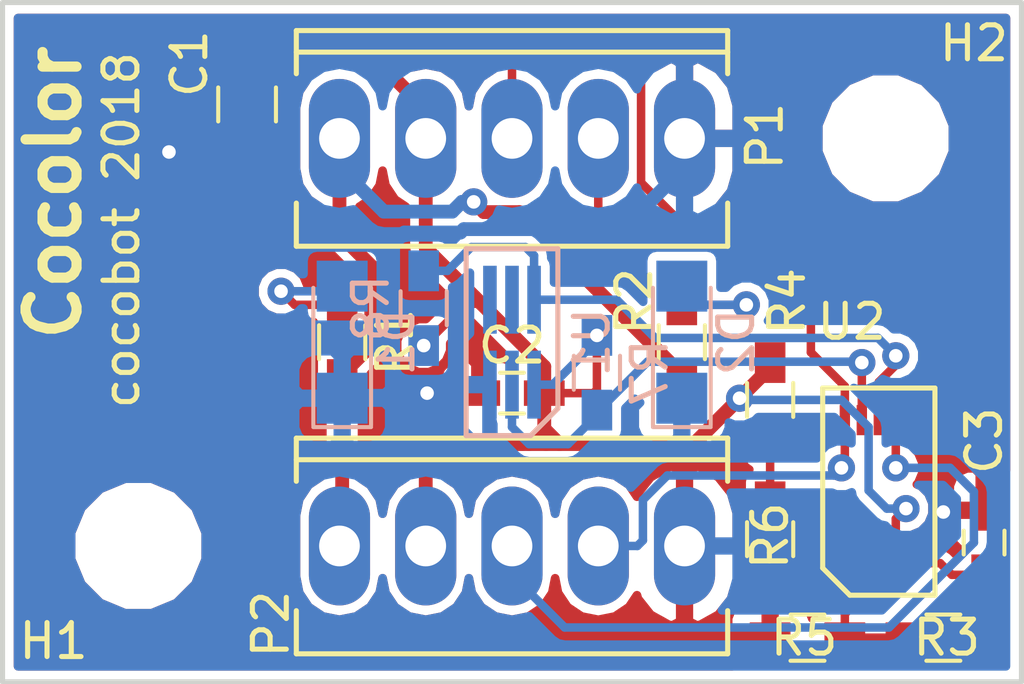
<source format=kicad_pcb>
(kicad_pcb (version 20170922) (host pcbnew "(2017-10-03 revision e6586fd59)-master")

(general
  (thickness 1.6)
  (drawings 6)
  (tracks 218)
  (zones 0)
  (modules 19)
  (nets 16)
)

(page A4)
(layers
  (0 F.Cu signal)
  (31 B.Cu signal)
  (32 B.Adhes user)
  (33 F.Adhes user)
  (34 B.Paste user)
  (35 F.Paste user)
  (36 B.SilkS user)
  (37 F.SilkS user)
  (38 B.Mask user)
  (39 F.Mask user)
  (40 Dwgs.User user)
  (41 Cmts.User user)
  (42 Eco1.User user)
  (43 Eco2.User user)
  (44 Edge.Cuts user)
  (45 Margin user)
  (46 B.CrtYd user)
  (47 F.CrtYd user)
  (48 B.Fab user hide)
  (49 F.Fab user hide)
)


(general
  (thickness 1.6)
  (drawings 6)
  (tracks 218)
  (zones 0)
  (modules 19)
  (nets 16)
)

(page A4)
(layers
  (0 F.Cu signal)
  (31 B.Cu signal)
  (32 B.Adhes user)
  (33 F.Adhes user)
  (34 B.Paste user)
  (35 F.Paste user)
  (36 B.SilkS user)
  (37 F.SilkS user)
  (38 B.Mask user)
  (39 F.Mask user)
  (40 Dwgs.User user)
  (41 Cmts.User user)
  (42 Eco1.User user)
  (43 Eco2.User user)
  (44 Edge.Cuts user)
  (45 Margin user)
  (46 B.CrtYd user)
  (47 F.CrtYd user)
  (48 B.Fab user hide)
  (49 F.Fab user hide)
)

(setup
  (last_trace_width 0.25)
  (user_trace_width 0.4064)
  (trace_clearance 0.2)
  (zone_clearance 0.254)
  (zone_45_only no)
  (trace_min 0.2)
  (segment_width 0.2)
  (edge_width 0.15)
  (via_size 0.8)
  (via_drill 0.4)
  (via_min_size 0.4)
  (via_min_drill 0.3)
  (uvia_size 0.3)
  (uvia_drill 0.1)
  (uvias_allowed no)
  (uvia_min_size 0.2)
  (uvia_min_drill 0.1)
  (pcb_text_width 0.3)
  (pcb_text_size 1.5 1.5)
  (mod_edge_width 0.15)
  (mod_text_size 1 1)
  (mod_text_width 0.15)
  (pad_size 1.524 1.524)
  (pad_drill 0.762)
  (pad_to_mask_clearance 0.2)
  (aux_axis_origin 0 0)
  (visible_elements FFFFFF7F)
  (pcbplotparams
    (layerselection 0x00030_ffffffff)
    (usegerberextensions false)
    (usegerberattributes true)
    (usegerberadvancedattributes true)
    (creategerberjobfile true)
    (excludeedgelayer true)
    (linewidth 0.100000)
    (plotframeref false)
    (viasonmask false)
    (mode 1)
    (useauxorigin false)
    (hpglpennumber 1)
    (hpglpenspeed 20)
    (hpglpendiameter 15)
    (psnegative false)
    (psa4output false)
    (plotreference true)
    (plotvalue true)
    (plotinvisibletext false)
    (padsonsilk false)
    (subtractmaskfromsilk false)
    (outputformat 1)
    (mirror false)
    (drillshape 1)
    (scaleselection 1)
    (outputdirectory ""))
)

(net 0 "")
(net 1 +3V3)
(net 2 GND)
(net 3 +5V)
(net 4 /sda_3v3)
(net 5 /scl_3v3)
(net 6 "Net-(D1-Pad2)")
(net 7 "Net-(D2-Pad2)")
(net 8 "Net-(R3-Pad2)")
(net 9 "Net-(R4-Pad2)")
(net 10 "Net-(H1-Pad1)")
(net 11 "Net-(H2-Pad1)")
(net 12 "Net-(R7-Pad2)")
(net 13 "Net-(R8-Pad2)")
(net 14 "Net-(U1-Pad5)")
(net 15 "Net-(U2-Pad6)")

(net_class Default "This is the default net class."
  (clearance 0.2)
  (trace_width 0.25)
  (via_dia 0.8)
  (via_drill 0.4)
  (uvia_dia 0.3)
  (uvia_drill 0.1)
  (add_net +3V3)
  (add_net +5V)
  (add_net /scl_3v3)
  (add_net /sda_3v3)
  (add_net GND)
  (add_net "Net-(D1-Pad2)")
  (add_net "Net-(D2-Pad2)")
  (add_net "Net-(H1-Pad1)")
  (add_net "Net-(H2-Pad1)")
  (add_net "Net-(R3-Pad2)")
  (add_net "Net-(R4-Pad2)")
  (add_net "Net-(R7-Pad2)")
  (add_net "Net-(R8-Pad2)")
  (add_net "Net-(U1-Pad5)")
  (add_net "Net-(U2-Pad6)")
)

  (module espitall:DFN-6 (layer B.Cu) (tedit 59F1667C) (tstamp 59ECE99C)
    (at 65 60 180)
    (path /59ECA076)
    (attr smd)
    (fp_text reference U1 (at -2.35 0 90) (layer B.SilkS)
      (effects (font (size 1 1) (thickness 0.15)) (justify mirror))
    )
    (fp_text value TCS3472 (at 0 0 180) (layer B.Fab)
      (effects (font (size 1 1) (thickness 0.15)) (justify mirror))
    )
    (fp_line (start -1.5 -2.9) (end -1.5 2.9) (layer B.CrtYd) (width 0.05))
    (fp_line (start 1.5 -2.9) (end -1.5 -2.9) (layer B.CrtYd) (width 0.05))
    (fp_line (start 1.5 2.9) (end 1.5 -2.9) (layer B.CrtYd) (width 0.05))
    (fp_line (start -1.5 2.9) (end 1.5 2.9) (layer B.CrtYd) (width 0.05))
    (fp_line (start 1.35 -2.75) (end -0.55 -2.75) (layer B.SilkS) (width 0.15))
    (fp_line (start 1.35 2.75) (end 1.35 -2.75) (layer B.SilkS) (width 0.15))
    (fp_line (start -1.35 2.75) (end 1.35 2.75) (layer B.SilkS) (width 0.15))
    (fp_line (start -1.35 -1.95) (end -1.35 2.75) (layer B.SilkS) (width 0.15))
    (fp_line (start -0.55 -2.75) (end -1.35 -1.95) (layer B.SilkS) (width 0.15))
    (pad 3 smd rect (at 0.65 -1.25 180) (size 0.4 2) (layers B.Cu B.Paste B.Mask)
      (net 2 GND))
    (pad 4 smd rect (at 0.65 1.25 180) (size 0.4 2) (layers B.Cu B.Paste B.Mask))
    (pad 2 smd rect (at 0 -1.25 180) (size 0.4 2) (layers B.Cu B.Paste B.Mask)
      (net 12 "Net-(R7-Pad2)"))
    (pad 5 smd rect (at 0 1.25 180) (size 0.4 2) (layers B.Cu B.Paste B.Mask)
      (net 14 "Net-(U1-Pad5)"))
    (pad 1 smd rect (at -0.65 -1.25 180) (size 0.4 2) (layers B.Cu B.Paste B.Mask)
      (net 1 +3V3))
    (pad 6 smd rect (at -0.65 1.25 180) (size 0.4 2) (layers B.Cu B.Paste B.Mask)
      (net 13 "Net-(R8-Pad2)"))
    (model /home/damien/prog/cocobot/hardware/step/RS102-4173.STEP
      (at (xyz 0 0 0))
      (scale (xyz 1 1 1))
      (rotate (xyz 0 0 90))
    )
  )

  (module espitall:C_0805_HandSoldering (layer F.Cu) (tedit 59D9E046) (tstamp 59ECE8D1)
    (at 57.2 53 270)
    (descr "Capacitor SMD 0805, hand soldering")
    (tags "capacitor 0805")
    (path /573CB74D)
    (attr smd)
    (fp_text reference C1 (at -1.2 1.7 270) (layer F.SilkS)
      (effects (font (size 1 1) (thickness 0.15)))
    )
    (fp_text value 10u (at 0 1.75 270) (layer F.Fab)
      (effects (font (size 1 1) (thickness 0.15)))
    )
    (fp_text user %R (at 0 -1.75 270) (layer F.Fab)
      (effects (font (size 1 1) (thickness 0.15)))
    )
    (fp_line (start -1 0.62) (end -1 -0.62) (layer F.Fab) (width 0.1))
    (fp_line (start 1 0.62) (end -1 0.62) (layer F.Fab) (width 0.1))
    (fp_line (start 1 -0.62) (end 1 0.62) (layer F.Fab) (width 0.1))
    (fp_line (start -1 -0.62) (end 1 -0.62) (layer F.Fab) (width 0.1))
    (fp_line (start 0.5 -0.85) (end -0.5 -0.85) (layer F.SilkS) (width 0.12))
    (fp_line (start -0.5 0.85) (end 0.5 0.85) (layer F.SilkS) (width 0.12))
    (fp_line (start -2.25 -0.88) (end 2.25 -0.88) (layer F.CrtYd) (width 0.05))
    (fp_line (start -2.25 -0.88) (end -2.25 0.87) (layer F.CrtYd) (width 0.05))
    (fp_line (start 2.25 0.87) (end 2.25 -0.88) (layer F.CrtYd) (width 0.05))
    (fp_line (start 2.25 0.87) (end -2.25 0.87) (layer F.CrtYd) (width 0.05))
    (pad 1 smd rect (at -1.25 0 270) (size 1.5 1.25) (layers F.Cu F.Paste F.Mask)
      (net 1 +3V3))
    (pad 2 smd rect (at 1.25 0 270) (size 1.5 1.25) (layers F.Cu F.Paste F.Mask)
      (net 2 GND))
    (model "/home/damien/prog/cocobot/hardware/step/SW3DPS-CAPACITOR 0805-DEFAULT.STEP"
      (at (xyz 0 0 0))
      (scale (xyz 1 1 1))
      (rotate (xyz -90 0 0))
    )
  )

  (module espitall:C_0603_HandSoldering (layer F.Cu) (tedit 59D9DE8E) (tstamp 59ECE8E2)
    (at 65 61.5 180)
    (descr "Capacitor SMD 0603, hand soldering")
    (tags "capacitor 0603")
    (path /573CB7A2)
    (attr smd)
    (fp_text reference C2 (at 0 1.4 180) (layer F.SilkS)
      (effects (font (size 1 1) (thickness 0.15)))
    )
    (fp_text value 100n (at 0 1.5 180) (layer F.Fab)
      (effects (font (size 1 1) (thickness 0.15)))
    )
    (fp_line (start 1.8 0.65) (end -1.8 0.65) (layer F.CrtYd) (width 0.05))
    (fp_line (start 1.8 0.65) (end 1.8 -0.65) (layer F.CrtYd) (width 0.05))
    (fp_line (start -1.8 -0.65) (end -1.8 0.65) (layer F.CrtYd) (width 0.05))
    (fp_line (start -1.8 -0.65) (end 1.8 -0.65) (layer F.CrtYd) (width 0.05))
    (fp_line (start 0.35 0.6) (end -0.35 0.6) (layer F.SilkS) (width 0.12))
    (fp_line (start -0.35 -0.6) (end 0.35 -0.6) (layer F.SilkS) (width 0.12))
    (fp_line (start -0.8 -0.4) (end 0.8 -0.4) (layer F.Fab) (width 0.1))
    (fp_line (start 0.8 -0.4) (end 0.8 0.4) (layer F.Fab) (width 0.1))
    (fp_line (start 0.8 0.4) (end -0.8 0.4) (layer F.Fab) (width 0.1))
    (fp_line (start -0.8 0.4) (end -0.8 -0.4) (layer F.Fab) (width 0.1))
    (fp_text user %R (at 0 -1.25 180) (layer F.Fab)
      (effects (font (size 1 1) (thickness 0.15)))
    )
    (pad 2 smd rect (at 0.95 0 180) (size 1.2 0.75) (layers F.Cu F.Paste F.Mask)
      (net 2 GND))
    (pad 1 smd rect (at -0.95 0 180) (size 1.2 0.75) (layers F.Cu F.Paste F.Mask)
      (net 1 +3V3))
    (model "/home/damien/prog/cocobot/hardware/step/SW3DPS-CAPACITOR 0603-DEFAULT.STEP"
      (at (xyz 0 -0.015748031496063 0))
      (scale (xyz 1 1 1))
      (rotate (xyz 0 0 0))
    )
  )

  (module espitall:C_0603_HandSoldering (layer F.Cu) (tedit 59D9DE8E) (tstamp 59ECE8F3)
    (at 78.9 65.9 90)
    (descr "Capacitor SMD 0603, hand soldering")
    (tags "capacitor 0603")
    (path /57893CF6)
    (attr smd)
    (fp_text reference C3 (at 3 0 90) (layer F.SilkS)
      (effects (font (size 1 1) (thickness 0.15)))
    )
    (fp_text value 100n (at 0 1.5 90) (layer F.Fab)
      (effects (font (size 1 1) (thickness 0.15)))
    )
    (fp_text user %R (at 0 -1.25 90) (layer F.Fab)
      (effects (font (size 1 1) (thickness 0.15)))
    )
    (fp_line (start -0.8 0.4) (end -0.8 -0.4) (layer F.Fab) (width 0.1))
    (fp_line (start 0.8 0.4) (end -0.8 0.4) (layer F.Fab) (width 0.1))
    (fp_line (start 0.8 -0.4) (end 0.8 0.4) (layer F.Fab) (width 0.1))
    (fp_line (start -0.8 -0.4) (end 0.8 -0.4) (layer F.Fab) (width 0.1))
    (fp_line (start -0.35 -0.6) (end 0.35 -0.6) (layer F.SilkS) (width 0.12))
    (fp_line (start 0.35 0.6) (end -0.35 0.6) (layer F.SilkS) (width 0.12))
    (fp_line (start -1.8 -0.65) (end 1.8 -0.65) (layer F.CrtYd) (width 0.05))
    (fp_line (start -1.8 -0.65) (end -1.8 0.65) (layer F.CrtYd) (width 0.05))
    (fp_line (start 1.8 0.65) (end 1.8 -0.65) (layer F.CrtYd) (width 0.05))
    (fp_line (start 1.8 0.65) (end -1.8 0.65) (layer F.CrtYd) (width 0.05))
    (pad 1 smd rect (at -0.95 0 90) (size 1.2 0.75) (layers F.Cu F.Paste F.Mask)
      (net 1 +3V3))
    (pad 2 smd rect (at 0.95 0 90) (size 1.2 0.75) (layers F.Cu F.Paste F.Mask)
      (net 2 GND))
    (model "/home/damien/prog/cocobot/hardware/step/SW3DPS-CAPACITOR 0603-DEFAULT.STEP"
      (at (xyz 0 -0.015748031496063 0))
      (scale (xyz 1 1 1))
      (rotate (xyz 0 0 0))
    )
  )

  (module Mounting_Holes:MountingHole_3.2mm_M3 (layer F.Cu) (tedit 56D1B4CB) (tstamp 59ECE8FB)
    (at 54 66)
    (descr "Mounting Hole 3.2mm, no annular, M3")
    (tags "mounting hole 3.2mm no annular m3")
    (path /573CD7BD)
    (attr virtual)
    (fp_text reference H1 (at -2.5 2.8) (layer F.SilkS)
      (effects (font (size 1 1) (thickness 0.15)))
    )
    (fp_text value CONN_01X01 (at 0 4.2) (layer F.Fab)
      (effects (font (size 1 1) (thickness 0.15)))
    )
    (fp_text user %R (at 0.3 0) (layer F.Fab)
      (effects (font (size 1 1) (thickness 0.15)))
    )
    (fp_circle (center 0 0) (end 3.2 0) (layer Cmts.User) (width 0.15))
    (fp_circle (center 0 0) (end 3.45 0) (layer F.CrtYd) (width 0.05))
    (pad 1 np_thru_hole circle (at 0 0) (size 3.2 3.2) (drill 3.2) (layers *.Cu *.Mask)
      (net 10 "Net-(H1-Pad1)"))
  )

  (module Mounting_Holes:MountingHole_3.2mm_M3 (layer F.Cu) (tedit 56D1B4CB) (tstamp 59ECE903)
    (at 76 54)
    (descr "Mounting Hole 3.2mm, no annular, M3")
    (tags "mounting hole 3.2mm no annular m3")
    (path /573CD8BA)
    (attr virtual)
    (fp_text reference H2 (at 2.6 -2.8) (layer F.SilkS)
      (effects (font (size 1 1) (thickness 0.15)))
    )
    (fp_text value CONN_01X01 (at 0 4.2) (layer F.Fab)
      (effects (font (size 1 1) (thickness 0.15)))
    )
    (fp_circle (center 0 0) (end 3.45 0) (layer F.CrtYd) (width 0.05))
    (fp_circle (center 0 0) (end 3.2 0) (layer Cmts.User) (width 0.15))
    (fp_text user %R (at 0.3 0) (layer F.Fab)
      (effects (font (size 1 1) (thickness 0.15)))
    )
    (pad 1 np_thru_hole circle (at 0 0) (size 3.2 3.2) (drill 3.2) (layers *.Cu *.Mask)
      (net 11 "Net-(H2-Pad1)"))
  )

  (module espitall:Socket_MOLEX-KK-RM2-54mm_Lock_5pin_straight (layer F.Cu) (tedit 59D90C27) (tstamp 59ECE913)
    (at 65 54)
    (descr "Socket, MOLEX, KK, RM 2.54mm, Lock, 5pin, straight,")
    (tags "Socket, MOLEX, KK, RM 2.54mm, Lock, 5pin, straight,")
    (path /573CDE59)
    (fp_text reference P1 (at 7.444 -0.066 90) (layer F.SilkS)
      (effects (font (size 1 1) (thickness 0.15)))
    )
    (fp_text value CONN_01X05 (at 0 5.08) (layer F.Fab)
      (effects (font (size 1 1) (thickness 0.15)))
    )
    (fp_line (start 6.35 3.175) (end 6.35 1.905) (layer F.SilkS) (width 0.15))
    (fp_line (start 6.35 -2.54) (end -6.35 -2.54) (layer F.SilkS) (width 0.15))
    (fp_line (start -6.35 -3.175) (end 6.35 -3.175) (layer F.SilkS) (width 0.15))
    (fp_line (start 6.35 -1.905) (end 6.35 -3.175) (layer F.SilkS) (width 0.15))
    (fp_line (start -6.35 -1.905) (end -6.35 -3.175) (layer F.SilkS) (width 0.15))
    (fp_line (start 6.35 3.175) (end -6.35 3.175) (layer F.SilkS) (width 0.15))
    (fp_line (start -6.35 3.175) (end -6.35 1.905) (layer F.SilkS) (width 0.15))
    (pad 1 thru_hole oval (at -5.08 0) (size 1.80086 3.50012) (drill 1.19888) (layers *.Cu *.Mask)
      (net 3 +5V))
    (pad 2 thru_hole oval (at -2.54 0) (size 1.80086 3.50012) (drill 1.19888) (layers *.Cu *.Mask)
      (net 1 +3V3))
    (pad 3 thru_hole oval (at 0 0) (size 1.80086 3.50012) (drill 1.19888) (layers *.Cu *.Mask)
      (net 4 /sda_3v3))
    (pad 4 thru_hole oval (at 2.54 0) (size 1.80086 3.50012) (drill 1.19888) (layers *.Cu *.Mask)
      (net 5 /scl_3v3))
    (pad 5 thru_hole oval (at 5.08 0) (size 1.80086 3.50012) (drill 1.19888) (layers *.Cu *.Mask)
      (net 2 GND))
    (model /home/damien/prog/cocobot/hardware/step/022112052.stp
      (at (xyz 0 0 0.06496062992125984))
      (scale (xyz 1 1 1))
      (rotate (xyz -90 0 0))
    )
  )

  (module espitall:Socket_MOLEX-KK-RM2-54mm_Lock_5pin_straight (layer F.Cu) (tedit 59D90C27) (tstamp 59ECE923)
    (at 65 66)
    (descr "Socket, MOLEX, KK, RM 2.54mm, Lock, 5pin, straight,")
    (tags "Socket, MOLEX, KK, RM 2.54mm, Lock, 5pin, straight,")
    (path /573CE201)
    (fp_text reference P2 (at -7.1 2.3 90) (layer F.SilkS)
      (effects (font (size 1 1) (thickness 0.15)))
    )
    (fp_text value CONN_01X05 (at 0 5.08) (layer F.Fab)
      (effects (font (size 1 1) (thickness 0.15)))
    )
    (fp_line (start -6.35 3.175) (end -6.35 1.905) (layer F.SilkS) (width 0.15))
    (fp_line (start 6.35 3.175) (end -6.35 3.175) (layer F.SilkS) (width 0.15))
    (fp_line (start -6.35 -1.905) (end -6.35 -3.175) (layer F.SilkS) (width 0.15))
    (fp_line (start 6.35 -1.905) (end 6.35 -3.175) (layer F.SilkS) (width 0.15))
    (fp_line (start -6.35 -3.175) (end 6.35 -3.175) (layer F.SilkS) (width 0.15))
    (fp_line (start 6.35 -2.54) (end -6.35 -2.54) (layer F.SilkS) (width 0.15))
    (fp_line (start 6.35 3.175) (end 6.35 1.905) (layer F.SilkS) (width 0.15))
    (pad 5 thru_hole oval (at 5.08 0) (size 1.80086 3.50012) (drill 1.19888) (layers *.Cu *.Mask)
      (net 2 GND))
    (pad 4 thru_hole oval (at 2.54 0) (size 1.80086 3.50012) (drill 1.19888) (layers *.Cu *.Mask)
      (net 5 /scl_3v3))
    (pad 3 thru_hole oval (at 0 0) (size 1.80086 3.50012) (drill 1.19888) (layers *.Cu *.Mask)
      (net 4 /sda_3v3))
    (pad 2 thru_hole oval (at -2.54 0) (size 1.80086 3.50012) (drill 1.19888) (layers *.Cu *.Mask)
      (net 1 +3V3))
    (pad 1 thru_hole oval (at -5.08 0) (size 1.80086 3.50012) (drill 1.19888) (layers *.Cu *.Mask)
      (net 3 +5V))
    (model /home/damien/prog/cocobot/hardware/step/022112052.stp
      (at (xyz 0 0 0.06496062992125984))
      (scale (xyz 1 1 1))
      (rotate (xyz -90 0 0))
    )
  )

  (module espitall:R_0603_HandSoldering (layer F.Cu) (tedit 59EC90BD) (tstamp 59ECE934)
    (at 60 60 90)
    (descr "Resistor SMD 0603, hand soldering")
    (tags "resistor 0603")
    (path /573CEAA0)
    (attr smd)
    (fp_text reference R1 (at 0 1.555635 90) (layer F.SilkS)
      (effects (font (size 1 1) (thickness 0.15)))
    )
    (fp_text value 330 (at 0 1.550001 90) (layer F.Fab)
      (effects (font (size 1 1) (thickness 0.15)))
    )
    (fp_line (start 1.95 0.7) (end -1.96 0.7) (layer F.CrtYd) (width 0.05))
    (fp_line (start 1.95 0.7) (end 1.95 -0.7) (layer F.CrtYd) (width 0.05))
    (fp_line (start -1.96 -0.7) (end -1.96 0.7) (layer F.CrtYd) (width 0.05))
    (fp_line (start -1.96 -0.7) (end 1.95 -0.7) (layer F.CrtYd) (width 0.05))
    (fp_line (start -0.5 -0.68) (end 0.5 -0.68) (layer F.SilkS) (width 0.12))
    (fp_line (start 0.5 0.68) (end -0.5 0.68) (layer F.SilkS) (width 0.12))
    (fp_line (start -0.8 -0.4) (end 0.8 -0.4) (layer F.Fab) (width 0.1))
    (fp_line (start 0.8 -0.4) (end 0.8 0.4) (layer F.Fab) (width 0.1))
    (fp_line (start 0.8 0.4) (end -0.8 0.4) (layer F.Fab) (width 0.1))
    (fp_line (start -0.8 0.4) (end -0.8 -0.4) (layer F.Fab) (width 0.1))
    (fp_text user %R (at 0 0 90) (layer F.Fab)
      (effects (font (size 0.5 0.5) (thickness 0.075)))
    )
    (pad 2 smd rect (at 1.099999 0 90) (size 1.2 0.9) (layers F.Cu F.Paste F.Mask)
      (net 6 "Net-(D1-Pad2)"))
    (pad 1 smd rect (at -1.099999 0 90) (size 1.2 0.9) (layers F.Cu F.Paste F.Mask)
      (net 3 +5V))
    (model "/home/damien/prog/cocobot/hardware/step/SW3DPS-RESISTOR 0603-DEFAULT.STEP"
      (at (xyz 0 0 0))
      (scale (xyz 1 1 1))
      (rotate (xyz -90 0 0))
    )
  )

  (module espitall:R_0603_HandSoldering (layer F.Cu) (tedit 59EC90BD) (tstamp 59ECE945)
    (at 70 60 90)
    (descr "Resistor SMD 0603, hand soldering")
    (tags "resistor 0603")
    (path /578942A4)
    (attr smd)
    (fp_text reference R2 (at 1.2 -1.4 90) (layer F.SilkS)
      (effects (font (size 1 1) (thickness 0.15)))
    )
    (fp_text value 330 (at 0 1.550001 90) (layer F.Fab)
      (effects (font (size 1 1) (thickness 0.15)))
    )
    (fp_line (start 1.95 0.7) (end -1.96 0.7) (layer F.CrtYd) (width 0.05))
    (fp_line (start 1.95 0.7) (end 1.95 -0.7) (layer F.CrtYd) (width 0.05))
    (fp_line (start -1.96 -0.7) (end -1.96 0.7) (layer F.CrtYd) (width 0.05))
    (fp_line (start -1.96 -0.7) (end 1.95 -0.7) (layer F.CrtYd) (width 0.05))
    (fp_line (start -0.5 -0.68) (end 0.5 -0.68) (layer F.SilkS) (width 0.12))
    (fp_line (start 0.5 0.68) (end -0.5 0.68) (layer F.SilkS) (width 0.12))
    (fp_line (start -0.8 -0.4) (end 0.8 -0.4) (layer F.Fab) (width 0.1))
    (fp_line (start 0.8 -0.4) (end 0.8 0.4) (layer F.Fab) (width 0.1))
    (fp_line (start 0.8 0.4) (end -0.8 0.4) (layer F.Fab) (width 0.1))
    (fp_line (start -0.8 0.4) (end -0.8 -0.4) (layer F.Fab) (width 0.1))
    (fp_text user %R (at 0 0 90) (layer F.Fab)
      (effects (font (size 0.5 0.5) (thickness 0.075)))
    )
    (pad 2 smd rect (at 1.099999 0 90) (size 1.2 0.9) (layers F.Cu F.Paste F.Mask)
      (net 7 "Net-(D2-Pad2)"))
    (pad 1 smd rect (at -1.099999 0 90) (size 1.2 0.9) (layers F.Cu F.Paste F.Mask)
      (net 3 +5V))
    (model "/home/damien/prog/cocobot/hardware/step/SW3DPS-RESISTOR 0603-DEFAULT.STEP"
      (at (xyz 0 0 0))
      (scale (xyz 1 1 1))
      (rotate (xyz -90 0 0))
    )
  )

  (module espitall:R_0603_HandSoldering (layer F.Cu) (tedit 59EC90BD) (tstamp 59ECE956)
    (at 77.7 68.7 180)
    (descr "Resistor SMD 0603, hand soldering")
    (tags "resistor 0603")
    (path /573CCC48)
    (attr smd)
    (fp_text reference R3 (at -0.1 0 180) (layer F.SilkS)
      (effects (font (size 1 1) (thickness 0.15)))
    )
    (fp_text value R (at 0 1.550001 180) (layer F.Fab)
      (effects (font (size 1 1) (thickness 0.15)))
    )
    (fp_text user %R (at 0 0 180) (layer F.Fab)
      (effects (font (size 0.5 0.5) (thickness 0.075)))
    )
    (fp_line (start -0.8 0.4) (end -0.8 -0.4) (layer F.Fab) (width 0.1))
    (fp_line (start 0.8 0.4) (end -0.8 0.4) (layer F.Fab) (width 0.1))
    (fp_line (start 0.8 -0.4) (end 0.8 0.4) (layer F.Fab) (width 0.1))
    (fp_line (start -0.8 -0.4) (end 0.8 -0.4) (layer F.Fab) (width 0.1))
    (fp_line (start 0.5 0.68) (end -0.5 0.68) (layer F.SilkS) (width 0.12))
    (fp_line (start -0.5 -0.68) (end 0.5 -0.68) (layer F.SilkS) (width 0.12))
    (fp_line (start -1.96 -0.7) (end 1.95 -0.7) (layer F.CrtYd) (width 0.05))
    (fp_line (start -1.96 -0.7) (end -1.96 0.7) (layer F.CrtYd) (width 0.05))
    (fp_line (start 1.95 0.7) (end 1.95 -0.7) (layer F.CrtYd) (width 0.05))
    (fp_line (start 1.95 0.7) (end -1.96 0.7) (layer F.CrtYd) (width 0.05))
    (pad 1 smd rect (at -1.099999 0 180) (size 1.2 0.9) (layers F.Cu F.Paste F.Mask)
      (net 1 +3V3))
    (pad 2 smd rect (at 1.099999 0 180) (size 1.2 0.9) (layers F.Cu F.Paste F.Mask)
      (net 8 "Net-(R3-Pad2)"))
    (model "/home/damien/prog/cocobot/hardware/step/SW3DPS-RESISTOR 0603-DEFAULT.STEP"
      (at (xyz 0 0 0))
      (scale (xyz 1 1 1))
      (rotate (xyz -90 0 0))
    )
  )

  (module espitall:R_0603_HandSoldering (layer F.Cu) (tedit 59EC90BD) (tstamp 59ECE967)
    (at 72.6 61.7 270)
    (descr "Resistor SMD 0603, hand soldering")
    (tags "resistor 0603")
    (path /57893FB8)
    (attr smd)
    (fp_text reference R4 (at -2.9 -0.5 270) (layer F.SilkS)
      (effects (font (size 1 1) (thickness 0.15)))
    )
    (fp_text value R (at 0 1.550001 270) (layer F.Fab)
      (effects (font (size 1 1) (thickness 0.15)))
    )
    (fp_line (start 1.95 0.7) (end -1.96 0.7) (layer F.CrtYd) (width 0.05))
    (fp_line (start 1.95 0.7) (end 1.95 -0.7) (layer F.CrtYd) (width 0.05))
    (fp_line (start -1.96 -0.7) (end -1.96 0.7) (layer F.CrtYd) (width 0.05))
    (fp_line (start -1.96 -0.7) (end 1.95 -0.7) (layer F.CrtYd) (width 0.05))
    (fp_line (start -0.5 -0.68) (end 0.5 -0.68) (layer F.SilkS) (width 0.12))
    (fp_line (start 0.5 0.68) (end -0.5 0.68) (layer F.SilkS) (width 0.12))
    (fp_line (start -0.8 -0.4) (end 0.8 -0.4) (layer F.Fab) (width 0.1))
    (fp_line (start 0.8 -0.4) (end 0.8 0.4) (layer F.Fab) (width 0.1))
    (fp_line (start 0.8 0.4) (end -0.8 0.4) (layer F.Fab) (width 0.1))
    (fp_line (start -0.8 0.4) (end -0.8 -0.4) (layer F.Fab) (width 0.1))
    (fp_text user %R (at 0 0 270) (layer F.Fab)
      (effects (font (size 0.5 0.5) (thickness 0.075)))
    )
    (pad 2 smd rect (at 1.099999 0 270) (size 1.2 0.9) (layers F.Cu F.Paste F.Mask)
      (net 9 "Net-(R4-Pad2)"))
    (pad 1 smd rect (at -1.099999 0 270) (size 1.2 0.9) (layers F.Cu F.Paste F.Mask)
      (net 1 +3V3))
    (model "/home/damien/prog/cocobot/hardware/step/SW3DPS-RESISTOR 0603-DEFAULT.STEP"
      (at (xyz 0 0 0))
      (scale (xyz 1 1 1))
      (rotate (xyz -90 0 0))
    )
  )

  (module espitall:R_0603_HandSoldering (layer F.Cu) (tedit 59EC90BD) (tstamp 59ECE978)
    (at 73.7 68.7 180)
    (descr "Resistor SMD 0603, hand soldering")
    (tags "resistor 0603")
    (path /57894047)
    (attr smd)
    (fp_text reference R5 (at 0.1 0 180) (layer F.SilkS)
      (effects (font (size 1 1) (thickness 0.15)))
    )
    (fp_text value R (at 0 1.550001 180) (layer F.Fab)
      (effects (font (size 1 1) (thickness 0.15)))
    )
    (fp_text user %R (at 0 0 180) (layer F.Fab)
      (effects (font (size 0.5 0.5) (thickness 0.075)))
    )
    (fp_line (start -0.8 0.4) (end -0.8 -0.4) (layer F.Fab) (width 0.1))
    (fp_line (start 0.8 0.4) (end -0.8 0.4) (layer F.Fab) (width 0.1))
    (fp_line (start 0.8 -0.4) (end 0.8 0.4) (layer F.Fab) (width 0.1))
    (fp_line (start -0.8 -0.4) (end 0.8 -0.4) (layer F.Fab) (width 0.1))
    (fp_line (start 0.5 0.68) (end -0.5 0.68) (layer F.SilkS) (width 0.12))
    (fp_line (start -0.5 -0.68) (end 0.5 -0.68) (layer F.SilkS) (width 0.12))
    (fp_line (start -1.96 -0.7) (end 1.95 -0.7) (layer F.CrtYd) (width 0.05))
    (fp_line (start -1.96 -0.7) (end -1.96 0.7) (layer F.CrtYd) (width 0.05))
    (fp_line (start 1.95 0.7) (end 1.95 -0.7) (layer F.CrtYd) (width 0.05))
    (fp_line (start 1.95 0.7) (end -1.96 0.7) (layer F.CrtYd) (width 0.05))
    (pad 1 smd rect (at -1.099999 0 180) (size 1.2 0.9) (layers F.Cu F.Paste F.Mask)
      (net 8 "Net-(R3-Pad2)"))
    (pad 2 smd rect (at 1.099999 0 180) (size 1.2 0.9) (layers F.Cu F.Paste F.Mask)
      (net 2 GND))
    (model "/home/damien/prog/cocobot/hardware/step/SW3DPS-RESISTOR 0603-DEFAULT.STEP"
      (at (xyz 0 0 0))
      (scale (xyz 1 1 1))
      (rotate (xyz -90 0 0))
    )
  )

  (module espitall:R_0603_HandSoldering (layer F.Cu) (tedit 59EC90BD) (tstamp 59ECE989)
    (at 72.6 65.8 270)
    (descr "Resistor SMD 0603, hand soldering")
    (tags "resistor 0603")
    (path /57893FFD)
    (attr smd)
    (fp_text reference R6 (at -0.1 0 270) (layer F.SilkS)
      (effects (font (size 1 1) (thickness 0.15)))
    )
    (fp_text value R (at 0 1.550001 270) (layer F.Fab)
      (effects (font (size 1 1) (thickness 0.15)))
    )
    (fp_text user %R (at 0 0 270) (layer F.Fab)
      (effects (font (size 0.5 0.5) (thickness 0.075)))
    )
    (fp_line (start -0.8 0.4) (end -0.8 -0.4) (layer F.Fab) (width 0.1))
    (fp_line (start 0.8 0.4) (end -0.8 0.4) (layer F.Fab) (width 0.1))
    (fp_line (start 0.8 -0.4) (end 0.8 0.4) (layer F.Fab) (width 0.1))
    (fp_line (start -0.8 -0.4) (end 0.8 -0.4) (layer F.Fab) (width 0.1))
    (fp_line (start 0.5 0.68) (end -0.5 0.68) (layer F.SilkS) (width 0.12))
    (fp_line (start -0.5 -0.68) (end 0.5 -0.68) (layer F.SilkS) (width 0.12))
    (fp_line (start -1.96 -0.7) (end 1.95 -0.7) (layer F.CrtYd) (width 0.05))
    (fp_line (start -1.96 -0.7) (end -1.96 0.7) (layer F.CrtYd) (width 0.05))
    (fp_line (start 1.95 0.7) (end 1.95 -0.7) (layer F.CrtYd) (width 0.05))
    (fp_line (start 1.95 0.7) (end -1.96 0.7) (layer F.CrtYd) (width 0.05))
    (pad 1 smd rect (at -1.099999 0 270) (size 1.2 0.9) (layers F.Cu F.Paste F.Mask)
      (net 9 "Net-(R4-Pad2)"))
    (pad 2 smd rect (at 1.099999 0 270) (size 1.2 0.9) (layers F.Cu F.Paste F.Mask)
      (net 2 GND))
    (model "/home/damien/prog/cocobot/hardware/step/SW3DPS-RESISTOR 0603-DEFAULT.STEP"
      (at (xyz 0 0 0))
      (scale (xyz 1 1 1))
      (rotate (xyz -90 0 0))
    )
  )

  (module espitall:MSOP-10 (layer F.Cu) (tedit 59DA3A83) (tstamp 59ECE9B3)
    (at 75.8 64.4)
    (path /59EC9CAF)
    (attr smd)
    (fp_text reference U2 (at -0.8 -5 180) (layer F.SilkS)
      (effects (font (size 1 1) (thickness 0.15)))
    )
    (fp_text value LTC4316 (at 0 0) (layer F.Fab)
      (effects (font (size 1 1) (thickness 0.15)))
    )
    (fp_line (start -0.8525 3.05) (end -1.6525 2.25) (layer F.SilkS) (width 0.15))
    (fp_line (start -1.6525 2.25) (end -1.6525 -3.05) (layer F.SilkS) (width 0.15))
    (fp_line (start -1.6525 -3.05) (end 1.6525 -3.05) (layer F.SilkS) (width 0.15))
    (fp_line (start 1.6525 -3.05) (end 1.6525 3.05) (layer F.SilkS) (width 0.15))
    (fp_line (start 1.6525 3.05) (end -0.8525 3.05) (layer F.SilkS) (width 0.15))
    (fp_line (start -1.8 -3.2) (end 1.8 -3.2) (layer F.CrtYd) (width 0.05))
    (fp_line (start 1.8 -3.2) (end 1.8 3.2) (layer F.CrtYd) (width 0.05))
    (fp_line (start 1.8 3.2) (end -1.8 3.2) (layer F.CrtYd) (width 0.05))
    (fp_line (start -1.8 3.2) (end -1.8 -3.2) (layer F.CrtYd) (width 0.05))
    (pad 10 smd rect (at -1 -2.1055) (size 0.305 0.889) (layers F.Cu F.Paste F.Mask)
      (net 5 /scl_3v3))
    (pad 1 smd rect (at -1 2.1055) (size 0.305 0.889) (layers F.Cu F.Paste F.Mask)
      (net 2 GND))
    (pad 9 smd rect (at -0.5 -2.1055) (size 0.305 0.889) (layers F.Cu F.Paste F.Mask)
      (net 12 "Net-(R7-Pad2)"))
    (pad 2 smd rect (at -0.5 2.1055) (size 0.305 0.889) (layers F.Cu F.Paste F.Mask)
      (net 8 "Net-(R3-Pad2)"))
    (pad 8 smd rect (at 0 -2.1055) (size 0.305 0.889) (layers F.Cu F.Paste F.Mask)
      (net 13 "Net-(R8-Pad2)"))
    (pad 3 smd rect (at 0 2.1055) (size 0.305 0.889) (layers F.Cu F.Paste F.Mask)
      (net 9 "Net-(R4-Pad2)"))
    (pad 7 smd rect (at 0.5 -2.1055) (size 0.305 0.889) (layers F.Cu F.Paste F.Mask)
      (net 4 /sda_3v3))
    (pad 4 smd rect (at 0.5 2.1055) (size 0.305 0.889) (layers F.Cu F.Paste F.Mask)
      (net 1 +3V3))
    (pad 6 smd rect (at 1 -2.1055) (size 0.305 0.889) (layers F.Cu F.Paste F.Mask)
      (net 15 "Net-(U2-Pad6)"))
    (pad 5 smd rect (at 1 2.1055) (size 0.305 0.889) (layers F.Cu F.Paste F.Mask)
      (net 1 +3V3))
    (model "/home/damien/prog/cocobot/hardware/step/User Library-msop-10.STEP"
      (at (xyz 0 0 0))
      (scale (xyz 1 1 1))
      (rotate (xyz 0 0 -90))
    )
  )

  (module espitall:LED_1206 (layer B.Cu) (tedit 59EC994D) (tstamp 59ECF959)
    (at 60 60 90)
    (descr "LED 1206 smd package")
    (tags "LED led 1206 SMD smd SMT smt smdled SMDLED smtled SMTLED")
    (path /573CEA8D)
    (attr smd)
    (fp_text reference D1 (at 0 1.6 90) (layer B.SilkS)
      (effects (font (size 1 1) (thickness 0.15)) (justify mirror))
    )
    (fp_text value LED (at 0 -1.7 90) (layer B.Fab)
      (effects (font (size 1 1) (thickness 0.15)) (justify mirror))
    )
    (fp_line (start -2.65 1) (end 2.65 1) (layer B.CrtYd) (width 0.05))
    (fp_line (start -2.65 -1) (end -2.65 1) (layer B.CrtYd) (width 0.05))
    (fp_line (start 2.65 -1) (end -2.65 -1) (layer B.CrtYd) (width 0.05))
    (fp_line (start 2.65 1) (end 2.65 -1) (layer B.CrtYd) (width 0.05))
    (fp_line (start -2.45 0.85) (end 1.6 0.85) (layer B.SilkS) (width 0.12))
    (fp_line (start -2.45 -0.85) (end 1.6 -0.85) (layer B.SilkS) (width 0.12))
    (fp_line (start -1.6 -0.8) (end -1.6 0.8) (layer B.Fab) (width 0.1))
    (fp_line (start -1.6 0.8) (end 1.6 0.8) (layer B.Fab) (width 0.1))
    (fp_line (start 1.6 0.8) (end 1.6 -0.8) (layer B.Fab) (width 0.1))
    (fp_line (start 1.6 -0.8) (end -1.6 -0.8) (layer B.Fab) (width 0.1))
    (fp_line (start 0.2 0.4) (end 0.2 -0.4) (layer B.Fab) (width 0.1))
    (fp_line (start 0.2 -0.4) (end -0.4 0) (layer B.Fab) (width 0.1))
    (fp_line (start -0.4 0) (end 0.2 0.4) (layer B.Fab) (width 0.1))
    (fp_line (start -0.45 0.4) (end -0.45 -0.4) (layer B.Fab) (width 0.1))
    (fp_line (start -2.5 0.85) (end -2.5 -0.85) (layer B.SilkS) (width 0.12))
    (pad 1 smd rect (at -1.65 0 270) (size 1.5 1.5) (layers B.Cu B.Paste B.Mask)
      (net 2 GND))
    (pad 2 smd rect (at 1.65 0 270) (size 1.5 1.5) (layers B.Cu B.Paste B.Mask)
      (net 6 "Net-(D1-Pad2)"))
    (model "/home/damien/prog/cocobot/hardware/step/User Library-FYLS-1206.STEP"
      (at (xyz 0 -0.007874015748031498 0))
      (scale (xyz 1 1 1))
      (rotate (xyz -90 0 0))
    )
  )

  (module espitall:LED_1206 (layer B.Cu) (tedit 59EC994D) (tstamp 59ECF96E)
    (at 70 60 90)
    (descr "LED 1206 smd package")
    (tags "LED led 1206 SMD smd SMT smt smdled SMDLED smtled SMTLED")
    (path /57894509)
    (attr smd)
    (fp_text reference D2 (at 0 1.6 90) (layer B.SilkS)
      (effects (font (size 1 1) (thickness 0.15)) (justify mirror))
    )
    (fp_text value LED (at 0 -1.7 90) (layer B.Fab)
      (effects (font (size 1 1) (thickness 0.15)) (justify mirror))
    )
    (fp_line (start -2.5 0.85) (end -2.5 -0.85) (layer B.SilkS) (width 0.12))
    (fp_line (start -0.45 0.4) (end -0.45 -0.4) (layer B.Fab) (width 0.1))
    (fp_line (start -0.4 0) (end 0.2 0.4) (layer B.Fab) (width 0.1))
    (fp_line (start 0.2 -0.4) (end -0.4 0) (layer B.Fab) (width 0.1))
    (fp_line (start 0.2 0.4) (end 0.2 -0.4) (layer B.Fab) (width 0.1))
    (fp_line (start 1.6 -0.8) (end -1.6 -0.8) (layer B.Fab) (width 0.1))
    (fp_line (start 1.6 0.8) (end 1.6 -0.8) (layer B.Fab) (width 0.1))
    (fp_line (start -1.6 0.8) (end 1.6 0.8) (layer B.Fab) (width 0.1))
    (fp_line (start -1.6 -0.8) (end -1.6 0.8) (layer B.Fab) (width 0.1))
    (fp_line (start -2.45 -0.85) (end 1.6 -0.85) (layer B.SilkS) (width 0.12))
    (fp_line (start -2.45 0.85) (end 1.6 0.85) (layer B.SilkS) (width 0.12))
    (fp_line (start 2.65 1) (end 2.65 -1) (layer B.CrtYd) (width 0.05))
    (fp_line (start 2.65 -1) (end -2.65 -1) (layer B.CrtYd) (width 0.05))
    (fp_line (start -2.65 -1) (end -2.65 1) (layer B.CrtYd) (width 0.05))
    (fp_line (start -2.65 1) (end 2.65 1) (layer B.CrtYd) (width 0.05))
    (pad 2 smd rect (at 1.65 0 270) (size 1.5 1.5) (layers B.Cu B.Paste B.Mask)
      (net 7 "Net-(D2-Pad2)"))
    (pad 1 smd rect (at -1.65 0 270) (size 1.5 1.5) (layers B.Cu B.Paste B.Mask)
      (net 2 GND))
    (model "/home/damien/prog/cocobot/hardware/step/User Library-FYLS-1206.STEP"
      (at (xyz 0 -0.007874015748031498 0))
      (scale (xyz 1 1 1))
      (rotate (xyz -90 0 0))
    )
  )

  (module espitall:R_0603_HandSoldering (layer B.Cu) (tedit 59EC90BD) (tstamp 59F16619)
    (at 67.5 60.9 270)
    (descr "Resistor SMD 0603, hand soldering")
    (tags "resistor 0603")
    (path /59F16651)
    (attr smd)
    (fp_text reference R7 (at 0 -1.555635 270) (layer B.SilkS)
      (effects (font (size 1 1) (thickness 0.15)) (justify mirror))
    )
    (fp_text value R (at 0 -1.550001 270) (layer B.Fab)
      (effects (font (size 1 1) (thickness 0.15)) (justify mirror))
    )
    (fp_line (start 1.95 -0.7) (end -1.96 -0.7) (layer B.CrtYd) (width 0.05))
    (fp_line (start 1.95 -0.7) (end 1.95 0.7) (layer B.CrtYd) (width 0.05))
    (fp_line (start -1.96 0.7) (end -1.96 -0.7) (layer B.CrtYd) (width 0.05))
    (fp_line (start -1.96 0.7) (end 1.95 0.7) (layer B.CrtYd) (width 0.05))
    (fp_line (start -0.5 0.68) (end 0.5 0.68) (layer B.SilkS) (width 0.12))
    (fp_line (start 0.5 -0.68) (end -0.5 -0.68) (layer B.SilkS) (width 0.12))
    (fp_line (start -0.8 0.4) (end 0.8 0.4) (layer B.Fab) (width 0.1))
    (fp_line (start 0.8 0.4) (end 0.8 -0.4) (layer B.Fab) (width 0.1))
    (fp_line (start 0.8 -0.4) (end -0.8 -0.4) (layer B.Fab) (width 0.1))
    (fp_line (start -0.8 -0.4) (end -0.8 0.4) (layer B.Fab) (width 0.1))
    (fp_text user %R (at 0 0 270) (layer B.Fab)
      (effects (font (size 0.5 0.5) (thickness 0.075)) (justify mirror))
    )
    (pad 2 smd rect (at 1.099999 0 270) (size 1.2 0.9) (layers B.Cu B.Paste B.Mask)
      (net 12 "Net-(R7-Pad2)"))
    (pad 1 smd rect (at -1.099999 0 270) (size 1.2 0.9) (layers B.Cu B.Paste B.Mask)
      (net 1 +3V3))
    (model "/home/damien/prog/cocobot/hardware/step/SW3DPS-RESISTOR 0603-DEFAULT.STEP"
      (at (xyz 0 0 0))
      (scale (xyz 1 1 1))
      (rotate (xyz -90 0 0))
    )
  )

  (module espitall:R_0603_HandSoldering (layer B.Cu) (tedit 59EC90BD) (tstamp 59F1662A)
    (at 62.4 59 90)
    (descr "Resistor SMD 0603, hand soldering")
    (tags "resistor 0603")
    (path /59F1672D)
    (attr smd)
    (fp_text reference R8 (at 0 -1.555635 90) (layer B.SilkS)
      (effects (font (size 1 1) (thickness 0.15)) (justify mirror))
    )
    (fp_text value R (at 0 -1.550001 90) (layer B.Fab)
      (effects (font (size 1 1) (thickness 0.15)) (justify mirror))
    )
    (fp_line (start 1.95 -0.7) (end -1.96 -0.7) (layer B.CrtYd) (width 0.05))
    (fp_line (start 1.95 -0.7) (end 1.95 0.7) (layer B.CrtYd) (width 0.05))
    (fp_line (start -1.96 0.7) (end -1.96 -0.7) (layer B.CrtYd) (width 0.05))
    (fp_line (start -1.96 0.7) (end 1.95 0.7) (layer B.CrtYd) (width 0.05))
    (fp_line (start -0.5 0.68) (end 0.5 0.68) (layer B.SilkS) (width 0.12))
    (fp_line (start 0.5 -0.68) (end -0.5 -0.68) (layer B.SilkS) (width 0.12))
    (fp_line (start -0.8 0.4) (end 0.8 0.4) (layer B.Fab) (width 0.1))
    (fp_line (start 0.8 0.4) (end 0.8 -0.4) (layer B.Fab) (width 0.1))
    (fp_line (start 0.8 -0.4) (end -0.8 -0.4) (layer B.Fab) (width 0.1))
    (fp_line (start -0.8 -0.4) (end -0.8 0.4) (layer B.Fab) (width 0.1))
    (fp_text user %R (at 0 0 90) (layer B.Fab)
      (effects (font (size 0.5 0.5) (thickness 0.075)) (justify mirror))
    )
    (pad 2 smd rect (at 1.099999 0 90) (size 1.2 0.9) (layers B.Cu B.Paste B.Mask)
      (net 13 "Net-(R8-Pad2)"))
    (pad 1 smd rect (at -1.099999 0 90) (size 1.2 0.9) (layers B.Cu B.Paste B.Mask)
      (net 1 +3V3))
    (model "/home/damien/prog/cocobot/hardware/step/SW3DPS-RESISTOR 0603-DEFAULT.STEP"
      (at (xyz 0 0 0))
      (scale (xyz 1 1 1))
      (rotate (xyz -90 0 0))
    )
  )

  (gr_text "cocobot 2018" (at 53.5 56.7 90) (layer F.SilkS) (tstamp 59ED0211)
    (effects (font (size 1 1) (thickness 0.15)))
  )
  (gr_text Cocolor (at 51.5 55.6 90) (layer F.SilkS)
    (effects (font (size 1.5 1.5) (thickness 0.3)))
  )
  (gr_line (start 50 50) (end 80 50) (layer Edge.Cuts) (width 0.15))
  (gr_line (start 80 50) (end 80 70) (layer Edge.Cuts) (width 0.15))
  (gr_line (start 50 70) (end 80 70) (layer Edge.Cuts) (width 0.15))
  (gr_line (start 50 50) (end 50 70) (layer Edge.Cuts) (width 0.15))

  (segment (start 63.9 58.6686) (end 63.6 58.3686) (width 0.4064) (layer F.Cu) (net 1))
  (segment (start 63.6 58.3686) (end 62.46 57.2286) (width 0.4064) (layer F.Cu) (net 1))
  (segment (start 63.631399 58.8686) (end 63.631399 58.399999) (width 0.25) (layer F.Cu) (net 1))
  (segment (start 63.631399 58.399999) (end 63.6 58.3686) (width 0.25) (layer F.Cu) (net 1))
  (segment (start 64.1 58.8686) (end 63.9 58.6686) (width 0.4064) (layer F.Cu) (net 1))
  (segment (start 64.3 59.0686) (end 64.1 58.8686) (width 0.4064) (layer F.Cu) (net 1))
  (segment (start 62.4 60.099999) (end 63.6 58.899999) (width 0.25) (layer F.Cu) (net 1))
  (segment (start 64.1 58.8686) (end 63.631399 58.8686) (width 0.25) (layer F.Cu) (net 1))
  (segment (start 63.6 58.899999) (end 63.831399 58.6686) (width 0.25) (layer F.Cu) (net 1))
  (segment (start 63.631399 58.8686) (end 63.6 58.899999) (width 0.25) (layer F.Cu) (net 1))
  (segment (start 63.831399 58.6686) (end 63.9 58.6686) (width 0.25) (layer F.Cu) (net 1))
  (segment (start 65.95 60.7186) (end 64.3 59.0686) (width 0.4064) (layer F.Cu) (net 1))
  (via (at 62.4 60.099999) (size 0.8) (drill 0.4) (layers F.Cu B.Cu) (net 1))
  (segment (start 67.5 61.4) (end 67.4 61.5) (width 0.25) (layer F.Cu) (net 1))
  (segment (start 67.4 61.5) (end 65.95 61.5) (width 0.25) (layer F.Cu) (net 1))
  (segment (start 67.5 59.800001) (end 67.5 61.4) (width 0.25) (layer F.Cu) (net 1))
  (via (at 67.5 59.800001) (size 0.8) (drill 0.4) (layers F.Cu B.Cu) (net 1))
  (segment (start 66.25 61.25) (end 66.25 61.200001) (width 0.25) (layer B.Cu) (net 1))
  (segment (start 66.25 61.200001) (end 67.5 59.950001) (width 0.25) (layer B.Cu) (net 1))
  (segment (start 67.5 59.950001) (end 67.5 59.800001) (width 0.25) (layer B.Cu) (net 1))
  (segment (start 65.65 61.25) (end 66.25 61.25) (width 0.25) (layer B.Cu) (net 1))
  (segment (start 65.3 63) (end 65.5 63) (width 0.4064) (layer F.Cu) (net 1))
  (segment (start 65.5 63) (end 66 63) (width 0.4064) (layer F.Cu) (net 1))
  (segment (start 65.95 62.6) (end 65.9 62.6) (width 0.4064) (layer F.Cu) (net 1))
  (segment (start 65.9 62.6) (end 65.5 63) (width 0.4064) (layer F.Cu) (net 1))
  (segment (start 65.95 62.6) (end 65.95 62.95) (width 0.4064) (layer F.Cu) (net 1))
  (segment (start 65.95 61.5) (end 65.95 62.6) (width 0.4064) (layer F.Cu) (net 1))
  (segment (start 66 62.6) (end 66.4 63) (width 0.4064) (layer F.Cu) (net 1))
  (segment (start 66 63) (end 66.4 63) (width 0.4064) (layer F.Cu) (net 1))
  (segment (start 66.4 63) (end 70.350001 63) (width 0.4064) (layer F.Cu) (net 1))
  (segment (start 65.95 62.6) (end 66 62.6) (width 0.4064) (layer F.Cu) (net 1))
  (segment (start 65.95 62.95) (end 66 63) (width 0.4064) (layer F.Cu) (net 1))
  (segment (start 70.350001 63) (end 71.7 61.650001) (width 0.4064) (layer F.Cu) (net 1))
  (segment (start 57.2 51.75) (end 61.05963 51.75) (width 0.4064) (layer F.Cu) (net 1) (status 10))
  (segment (start 61.05963 51.75) (end 62.46 53.15037) (width 0.4064) (layer F.Cu) (net 1) (status 20))
  (segment (start 62.46 53.15037) (end 62.46 54) (width 0.4064) (layer F.Cu) (net 1) (status 30))
  (segment (start 72.6 60.750001) (end 71.7 61.650001) (width 0.4064) (layer F.Cu) (net 1) (status 10))
  (segment (start 71.7 61.650001) (end 70.450001 62.9) (width 0.4064) (layer F.Cu) (net 1))
  (segment (start 74.7 61.7) (end 71.749999 61.7) (width 0.25) (layer B.Cu) (net 1))
  (segment (start 71.749999 61.7) (end 71.7 61.650001) (width 0.25) (layer B.Cu) (net 1))
  (via (at 71.7 61.650001) (size 0.8) (drill 0.4) (layers F.Cu B.Cu) (net 1))
  (segment (start 75.5 62.5) (end 74.7 61.7) (width 0.25) (layer B.Cu) (net 1))
  (segment (start 75.5 64.365685) (end 75.5 62.5) (width 0.25) (layer B.Cu) (net 1))
  (segment (start 76.6 64.9) (end 76.034315 64.9) (width 0.25) (layer B.Cu) (net 1))
  (segment (start 76.034315 64.9) (end 75.5 64.365685) (width 0.25) (layer B.Cu) (net 1))
  (segment (start 76.3 66.5055) (end 76.3 65.2) (width 0.25) (layer F.Cu) (net 1) (status 10))
  (segment (start 76.3 65.2) (end 76.6 64.9) (width 0.25) (layer F.Cu) (net 1))
  (via (at 76.6 64.9) (size 0.8) (drill 0.4) (layers F.Cu B.Cu) (net 1))
  (segment (start 65.95 61.5) (end 65.95 60.7186) (width 0.4064) (layer F.Cu) (net 1) (status 10))
  (segment (start 62.46 57.2286) (end 62.46 56.15646) (width 0.4064) (layer F.Cu) (net 1))
  (segment (start 62.46 56.15646) (end 62.46 54) (width 0.4064) (layer F.Cu) (net 1) (status 20))
  (segment (start 63.30354 63) (end 65.3 63) (width 0.4064) (layer F.Cu) (net 1))
  (segment (start 62.46 66) (end 62.46 63.84354) (width 0.4064) (layer F.Cu) (net 1) (status 10))
  (segment (start 62.46 63.84354) (end 63.30354 63) (width 0.4064) (layer F.Cu) (net 1))
  (segment (start 72.6 60.600001) (end 72.6 60.750001) (width 0.25) (layer F.Cu) (net 1) (status 30))
  (segment (start 78.9 66.85) (end 78.9 68.599999) (width 0.25) (layer F.Cu) (net 1) (status 30))
  (segment (start 78.9 68.599999) (end 78.799999 68.7) (width 0.25) (layer F.Cu) (net 1) (status 30))
  (segment (start 77.6055 66.5055) (end 77.95 66.85) (width 0.25) (layer F.Cu) (net 1))
  (segment (start 77.95 66.85) (end 78.9 66.85) (width 0.25) (layer F.Cu) (net 1) (status 20))
  (segment (start 76.8 66.5055) (end 77.6055 66.5055) (width 0.25) (layer F.Cu) (net 1) (status 10))
  (segment (start 76.3 66.5055) (end 76.8 66.5055) (width 0.25) (layer F.Cu) (net 1) (status 30))
  (segment (start 70.08 54.84963) (end 68.257841 56.671789) (width 0.4064) (layer B.Cu) (net 2))
  (segment (start 61.5 57.1) (end 61.5 61.5) (width 0.4064) (layer B.Cu) (net 2))
  (segment (start 61.828211 56.771789) (end 61.5 57.1) (width 0.4064) (layer B.Cu) (net 2))
  (segment (start 68.257841 56.671789) (end 63.581209 56.671789) (width 0.4064) (layer B.Cu) (net 2))
  (segment (start 70.08 54) (end 70.08 54.84963) (width 0.4064) (layer B.Cu) (net 2))
  (segment (start 63.481209 56.771789) (end 61.828211 56.771789) (width 0.4064) (layer B.Cu) (net 2))
  (segment (start 63.581209 56.671789) (end 63.481209 56.771789) (width 0.4064) (layer B.Cu) (net 2))
  (segment (start 62.5 61.5) (end 61.5 61.5) (width 0.25) (layer B.Cu) (net 2))
  (segment (start 61.5 61.5) (end 60.15 61.5) (width 0.25) (layer B.Cu) (net 2))
  (segment (start 68.22963 68.7) (end 70.1 68.7) (width 0.4064) (layer F.Cu) (net 2))
  (segment (start 70.1 68.7) (end 72.600001 68.7) (width 0.4064) (layer F.Cu) (net 2) (status 20))
  (segment (start 70.08 66) (end 70.08 68.68) (width 0.4064) (layer F.Cu) (net 2) (status 10))
  (segment (start 70.08 68.68) (end 70.1 68.7) (width 0.4064) (layer F.Cu) (net 2))
  (segment (start 68.12963 68.8) (end 68.22963 68.7) (width 0.4064) (layer F.Cu) (net 2))
  (segment (start 56.1 56.5064) (end 57.2 55.4064) (width 0.4064) (layer F.Cu) (net 2))
  (segment (start 56.1 62.9) (end 56.1 56.5064) (width 0.4064) (layer F.Cu) (net 2))
  (segment (start 57.7 67.9) (end 57.7 64.5) (width 0.4064) (layer F.Cu) (net 2))
  (segment (start 58.6 68.8) (end 57.7 67.9) (width 0.4064) (layer F.Cu) (net 2))
  (segment (start 68.12963 68.8) (end 58.6 68.8) (width 0.4064) (layer F.Cu) (net 2))
  (segment (start 70.08 66) (end 70.08 66.84963) (width 0.4064) (layer F.Cu) (net 2) (status 30))
  (segment (start 57.7 64.5) (end 56.1 62.9) (width 0.4064) (layer F.Cu) (net 2))
  (segment (start 57.2 55.4064) (end 57.2 54.25) (width 0.4064) (layer F.Cu) (net 2) (status 20))
  (segment (start 77.3 58.1) (end 74.6 58.1) (width 0.4064) (layer F.Cu) (net 2))
  (segment (start 72.3 54.5) (end 72.3 55.8) (width 0.4064) (layer F.Cu) (net 2))
  (segment (start 72.3 55.8) (end 74.6 58.1) (width 0.4064) (layer F.Cu) (net 2))
  (segment (start 71.8 54) (end 72.3 54.5) (width 0.4064) (layer F.Cu) (net 2))
  (segment (start 70.08 54) (end 71.8 54) (width 0.4064) (layer F.Cu) (net 2) (status 10))
  (segment (start 78.9 59.7) (end 77.3 58.1) (width 0.4064) (layer F.Cu) (net 2))
  (segment (start 78.9 64.95) (end 78.9 59.7) (width 0.4064) (layer F.Cu) (net 2) (status 10))
  (segment (start 54.9 54.4) (end 57.9 51.4) (width 0.4064) (layer B.Cu) (net 2))
  (segment (start 57.9 51.4) (end 69.63646 51.4) (width 0.4064) (layer B.Cu) (net 2))
  (segment (start 69.63646 51.4) (end 70.08 51.84354) (width 0.4064) (layer B.Cu) (net 2))
  (segment (start 70.08 51.84354) (end 70.08 54) (width 0.4064) (layer B.Cu) (net 2) (status 20))
  (segment (start 57.2 54.25) (end 55.05 54.25) (width 0.4064) (layer F.Cu) (net 2) (status 10))
  (segment (start 55.05 54.25) (end 54.9 54.4) (width 0.4064) (layer F.Cu) (net 2))
  (via (at 54.9 54.4) (size 0.8) (drill 0.4) (layers F.Cu B.Cu) (net 2))
  (segment (start 60.15 61.5) (end 60 61.65) (width 0.25) (layer B.Cu) (net 2) (status 30))
  (segment (start 63.4 63.6) (end 62.5 62.7) (width 0.25) (layer B.Cu) (net 2))
  (segment (start 62.5 62.7) (end 62.5 61.5) (width 0.25) (layer B.Cu) (net 2))
  (segment (start 69.05 63.6) (end 63.4 63.6) (width 0.25) (layer B.Cu) (net 2))
  (segment (start 70 61.65) (end 70 62.65) (width 0.25) (layer B.Cu) (net 2) (status 10))
  (segment (start 70 62.65) (end 69.05 63.6) (width 0.25) (layer B.Cu) (net 2))
  (segment (start 64.35 61.25) (end 62.75 61.25) (width 0.25) (layer B.Cu) (net 2) (status 10))
  (segment (start 62.75 61.25) (end 62.5 61.5) (width 0.25) (layer B.Cu) (net 2))
  (segment (start 64.05 61.5) (end 62.5 61.5) (width 0.25) (layer F.Cu) (net 2) (status 10))
  (via (at 62.5 61.5) (size 0.8) (drill 0.4) (layers F.Cu B.Cu) (net 2))
  (segment (start 77.7 65) (end 78.85 65) (width 0.25) (layer F.Cu) (net 2) (status 20))
  (segment (start 78.85 65) (end 78.9 64.95) (width 0.25) (layer F.Cu) (net 2) (status 30))
  (segment (start 70.08 66) (end 76.7 66) (width 0.25) (layer B.Cu) (net 2) (status 10))
  (segment (start 76.7 66) (end 77.7 65) (width 0.25) (layer B.Cu) (net 2))
  (via (at 77.7 65) (size 0.8) (drill 0.4) (layers F.Cu B.Cu) (net 2))
  (segment (start 74.8 66.5055) (end 72.994499 66.5055) (width 0.25) (layer F.Cu) (net 2) (status 30))
  (segment (start 72.994499 66.5055) (end 72.6 66.899999) (width 0.25) (layer F.Cu) (net 2) (status 30))
  (segment (start 72.6 66.749999) (end 72.6 66.899999) (width 0.25) (layer F.Cu) (net 2) (status 30))
  (segment (start 72.600001 68.7) (end 72.600001 66.9) (width 0.25) (layer F.Cu) (net 2) (status 30))
  (segment (start 72.600001 66.9) (end 72.6 66.899999) (width 0.25) (layer F.Cu) (net 2) (status 30))
  (segment (start 61.22683 56.15646) (end 63.238944 56.15646) (width 0.4064) (layer B.Cu) (net 3))
  (segment (start 59.92 54) (end 59.92 54.84963) (width 0.4064) (layer B.Cu) (net 3))
  (segment (start 63.238944 56.15646) (end 63.526825 55.868579) (width 0.4064) (layer B.Cu) (net 3))
  (segment (start 70 60.949999) (end 65.220335 56.170334) (width 0.4064) (layer F.Cu) (net 3))
  (segment (start 70 61.099999) (end 70 60.949999) (width 0.4064) (layer F.Cu) (net 3))
  (via (at 63.871871 55.868579) (size 0.8) (drill 0.4) (layers F.Cu B.Cu) (net 3))
  (segment (start 59.92 54.84963) (end 61.22683 56.15646) (width 0.4064) (layer B.Cu) (net 3))
  (segment (start 65.220335 56.170334) (end 64.173626 56.170334) (width 0.4064) (layer F.Cu) (net 3))
  (segment (start 64.173626 56.170334) (end 63.871871 55.868579) (width 0.4064) (layer F.Cu) (net 3))
  (segment (start 63.526825 55.868579) (end 63.871871 55.868579) (width 0.4064) (layer B.Cu) (net 3))
  (segment (start 59.92 56.82) (end 59.92 56.15646) (width 0.4064) (layer F.Cu) (net 3))
  (segment (start 59.92 56.15646) (end 59.92 54) (width 0.4064) (layer F.Cu) (net 3))
  (segment (start 60.8564 60.093599) (end 60.8564 57.7564) (width 0.4064) (layer F.Cu) (net 3))
  (segment (start 60 60.949999) (end 60.8564 60.093599) (width 0.4064) (layer F.Cu) (net 3))
  (segment (start 60 61.099999) (end 60 60.949999) (width 0.4064) (layer F.Cu) (net 3))
  (segment (start 60.8564 57.7564) (end 59.92 56.82) (width 0.4064) (layer F.Cu) (net 3))
  (segment (start 60 61.099999) (end 60 65.92) (width 0.4064) (layer F.Cu) (net 3) (status 30))
  (segment (start 60 65.92) (end 59.92 66) (width 0.4064) (layer F.Cu) (net 3) (status 30))
  (segment (start 65 54) (end 65 51.8) (width 0.25) (layer F.Cu) (net 4) (status 10))
  (segment (start 68.8 55.302663) (end 69.997337 56.5) (width 0.25) (layer F.Cu) (net 4))
  (segment (start 69.997337 56.5) (end 71.9 56.5) (width 0.25) (layer F.Cu) (net 4))
  (segment (start 65 51.8) (end 65.2 51.6) (width 0.25) (layer F.Cu) (net 4))
  (segment (start 65.2 51.6) (end 68.2 51.6) (width 0.25) (layer F.Cu) (net 4))
  (segment (start 68.2 51.6) (end 68.8 52.2) (width 0.25) (layer F.Cu) (net 4))
  (segment (start 68.8 52.2) (end 68.8 55.302663) (width 0.25) (layer F.Cu) (net 4))
  (segment (start 76.3 61.6) (end 76.3 62.2945) (width 0.25) (layer F.Cu) (net 4) (status 20))
  (segment (start 71.9 56.5) (end 74.4 59) (width 0.25) (layer F.Cu) (net 4))
  (segment (start 74.4 59) (end 76.5 59) (width 0.25) (layer F.Cu) (net 4))
  (segment (start 76.5 59) (end 77.1 59.6) (width 0.25) (layer F.Cu) (net 4))
  (segment (start 77.1 59.6) (end 77.1 60.8) (width 0.25) (layer F.Cu) (net 4))
  (segment (start 77.1 60.8) (end 76.3 61.6) (width 0.25) (layer F.Cu) (net 4))
  (segment (start 65 66.84963) (end 65 66) (width 0.25) (layer B.Cu) (net 4) (status 30))
  (segment (start 66.55037 68.4) (end 65 66.84963) (width 0.25) (layer B.Cu) (net 4) (status 20))
  (segment (start 77.9 63.7) (end 78.6 64.4) (width 0.25) (layer B.Cu) (net 4))
  (segment (start 76.1 68.4) (end 66.55037 68.4) (width 0.25) (layer B.Cu) (net 4))
  (segment (start 78.6 65.9) (end 76.1 68.4) (width 0.25) (layer B.Cu) (net 4))
  (segment (start 78.6 64.4) (end 78.6 65.9) (width 0.25) (layer B.Cu) (net 4))
  (segment (start 76.3 63.7) (end 77.9 63.7) (width 0.25) (layer B.Cu) (net 4))
  (segment (start 76.3 62.2945) (end 76.3 63.7) (width 0.25) (layer F.Cu) (net 4) (status 10))
  (via (at 76.3 63.7) (size 0.8) (drill 0.4) (layers F.Cu B.Cu) (net 4))
  (segment (start 74.8 62.2945) (end 74.8 61.3) (width 0.25) (layer F.Cu) (net 5) (status 10))
  (segment (start 73.8 60.3) (end 73.8 59.1) (width 0.25) (layer F.Cu) (net 5))
  (segment (start 74.8 61.3) (end 73.8 60.3) (width 0.25) (layer F.Cu) (net 5))
  (segment (start 73.8 59.1) (end 71.7 57) (width 0.25) (layer F.Cu) (net 5))
  (segment (start 71.7 57) (end 68.1 57) (width 0.25) (layer F.Cu) (net 5))
  (segment (start 68.1 57) (end 67.54 56.44) (width 0.25) (layer F.Cu) (net 5))
  (segment (start 67.54 56.44) (end 67.54 54) (width 0.25) (layer F.Cu) (net 5) (status 20))
  (segment (start 74.8 62.2945) (end 74.8 63.6) (width 0.25) (layer F.Cu) (net 5) (status 10))
  (segment (start 74.8 63.6) (end 74.7 63.7) (width 0.25) (layer F.Cu) (net 5))
  (segment (start 68.85456 65.83587) (end 68.85456 64.642777) (width 0.25) (layer B.Cu) (net 5))
  (segment (start 68.85456 64.642777) (end 69.572407 63.92493) (width 0.25) (layer B.Cu) (net 5))
  (segment (start 67.54 66) (end 68.69043 66) (width 0.25) (layer B.Cu) (net 5) (status 10))
  (segment (start 68.69043 66) (end 68.85456 65.83587) (width 0.25) (layer B.Cu) (net 5))
  (segment (start 69.572407 63.92493) (end 74.47507 63.92493) (width 0.25) (layer B.Cu) (net 5))
  (segment (start 74.47507 63.92493) (end 74.7 63.7) (width 0.25) (layer B.Cu) (net 5))
  (via (at 74.7 63.7) (size 0.8) (drill 0.4) (layers F.Cu B.Cu) (net 5))
  (segment (start 58.2 58.5) (end 59.85 58.5) (width 0.25) (layer B.Cu) (net 6) (status 20))
  (segment (start 59.85 58.5) (end 60 58.35) (width 0.25) (layer B.Cu) (net 6) (status 30))
  (segment (start 60 58.900001) (end 58.600001 58.900001) (width 0.25) (layer F.Cu) (net 6) (status 10))
  (segment (start 58.600001 58.900001) (end 58.2 58.5) (width 0.25) (layer F.Cu) (net 6))
  (via (at 58.2 58.5) (size 0.8) (drill 0.4) (layers F.Cu B.Cu) (net 6))
  (segment (start 71.9 58.9) (end 70.55 58.9) (width 0.25) (layer B.Cu) (net 7) (status 20))
  (segment (start 70.55 58.9) (end 70 58.35) (width 0.25) (layer B.Cu) (net 7) (status 30))
  (segment (start 70 58.900001) (end 71.899999 58.900001) (width 0.25) (layer F.Cu) (net 7) (status 10))
  (segment (start 71.899999 58.900001) (end 71.9 58.9) (width 0.25) (layer F.Cu) (net 7))
  (via (at 71.9 58.9) (size 0.8) (drill 0.4) (layers F.Cu B.Cu) (net 7))
  (segment (start 74.799999 68.7) (end 74.799999 68) (width 0.25) (layer F.Cu) (net 8) (status 10))
  (segment (start 74.799999 68) (end 75.3 67.5) (width 0.25) (layer F.Cu) (net 8))
  (segment (start 75.3 67.5) (end 75.3 66.5055) (width 0.25) (layer F.Cu) (net 8) (status 20))
  (segment (start 76.600001 68.7) (end 74.799999 68.7) (width 0.25) (layer F.Cu) (net 8) (status 30))
  (segment (start 72.6 64.700001) (end 72.6 62.799999) (width 0.25) (layer F.Cu) (net 9) (status 30))
  (segment (start 75.8 65.4) (end 75.100001 64.700001) (width 0.25) (layer F.Cu) (net 9))
  (segment (start 75.100001 64.700001) (end 72.6 64.700001) (width 0.25) (layer F.Cu) (net 9) (status 20))
  (segment (start 75.8 66.5055) (end 75.8 65.4) (width 0.25) (layer F.Cu) (net 9) (status 10))
  (segment (start 67.5 61.999999) (end 67.5 62.149999) (width 0.25) (layer B.Cu) (net 12))
  (segment (start 67.5 62.149999) (end 66.649999 63) (width 0.25) (layer B.Cu) (net 12))
  (segment (start 65 62.5) (end 65 61.25) (width 0.25) (layer B.Cu) (net 12))
  (segment (start 66.649999 63) (end 65.5 63) (width 0.25) (layer B.Cu) (net 12))
  (segment (start 65.5 63) (end 65 62.5) (width 0.25) (layer B.Cu) (net 12))
  (segment (start 67.5 61.999999) (end 67.564999 61.999999) (width 0.25) (layer B.Cu) (net 12))
  (segment (start 67.564999 61.999999) (end 68.989999 60.574999) (width 0.25) (layer B.Cu) (net 12))
  (segment (start 68.989999 60.574999) (end 75.274999 60.574999) (width 0.25) (layer B.Cu) (net 12))
  (segment (start 75.274999 60.574999) (end 75.3 60.6) (width 0.25) (layer B.Cu) (net 12))
  (segment (start 67.471791 62.028208) (end 67.5 62.028208) (width 0.4064) (layer B.Cu) (net 12))
  (segment (start 65.4 57.2) (end 65.65 57.45) (width 0.25) (layer B.Cu) (net 13))
  (segment (start 65.65 57.45) (end 65.65 58.75) (width 0.25) (layer B.Cu) (net 13))
  (segment (start 63.800001 57.2) (end 65.4 57.2) (width 0.25) (layer B.Cu) (net 13))
  (segment (start 63.1 57.900001) (end 63.800001 57.2) (width 0.25) (layer B.Cu) (net 13))
  (segment (start 62.4 57.900001) (end 63.1 57.900001) (width 0.25) (layer B.Cu) (net 13))
  (segment (start 66.1 58.75) (end 65.65 58.75) (width 0.25) (layer B.Cu) (net 13))
  (segment (start 68.085001 58.75) (end 66.1 58.75) (width 0.25) (layer B.Cu) (net 13))
  (segment (start 75.774998 59.874998) (end 69.209999 59.874998) (width 0.25) (layer B.Cu) (net 13))
  (segment (start 69.209999 59.874998) (end 68.085001 58.75) (width 0.25) (layer B.Cu) (net 13))
  (segment (start 76.3 60.4) (end 75.774998 59.874998) (width 0.25) (layer B.Cu) (net 13))
  (segment (start 75.8 61.173002) (end 76.3 60.673002) (width 0.25) (layer F.Cu) (net 13))
  (segment (start 75.8 62.2945) (end 75.8 61.173002) (width 0.25) (layer F.Cu) (net 13) (status 10))
  (segment (start 76.3 60.673002) (end 76.3 60.4) (width 0.25) (layer F.Cu) (net 13))
  (via (at 76.3 60.4) (size 0.8) (drill 0.4) (layers F.Cu B.Cu) (net 13))
  (segment (start 68.989999 60.574999) (end 68.3 61.264998) (width 0.25) (layer B.Cu) (net 12))
  (segment (start 75.3 62.2945) (end 75.3 60.6) (width 0.25) (layer F.Cu) (net 12) (status 10))
  (via (at 75.3 60.6) (size 0.8) (drill 0.4) (layers F.Cu B.Cu) (net 12))

  (zone (net 2) (net_name GND) (layer B.Cu) (tstamp 0) (hatch edge 0.508)
    (connect_pads (clearance 0.254))
    (min_thickness 0.254)
    (fill yes (arc_segments 16) (thermal_gap 0.508) (thermal_bridge_width 0.508))
    (polygon
      (pts
        (xy 50 50) (xy 80 50) (xy 80 70) (xy 50 70)
      )
    )
    (filled_polygon
      (pts
        (xy 79.544 69.544) (xy 50.456 69.544) (xy 50.456 66.392316) (xy 52.018657 66.392316) (xy 52.319611 67.12068)
        (xy 52.876389 67.678431) (xy 53.604226 67.980655) (xy 54.392316 67.981343) (xy 55.12068 67.680389) (xy 55.678431 67.123611)
        (xy 55.980655 66.395774) (xy 55.981343 65.607684) (xy 55.775134 65.10862) (xy 58.63857 65.10862) (xy 58.63857 66.89138)
        (xy 58.736113 67.381762) (xy 59.013892 67.797488) (xy 59.429618 68.075267) (xy 59.92 68.17281) (xy 60.410382 68.075267)
        (xy 60.826108 67.797488) (xy 61.103887 67.381762) (xy 61.19 66.948843) (xy 61.276113 67.381762) (xy 61.553892 67.797488)
        (xy 61.969618 68.075267) (xy 62.46 68.17281) (xy 62.950382 68.075267) (xy 63.366108 67.797488) (xy 63.643887 67.381762)
        (xy 63.73 66.948843) (xy 63.816113 67.381762) (xy 64.093892 67.797488) (xy 64.509618 68.075267) (xy 65 68.17281)
        (xy 65.490382 68.075267) (xy 65.502169 68.067391) (xy 66.192574 68.757796) (xy 66.356732 68.867483) (xy 66.55037 68.906)
        (xy 76.1 68.906) (xy 76.293638 68.867483) (xy 76.457796 68.757796) (xy 78.957796 66.257796) (xy 79.067483 66.093638)
        (xy 79.106 65.9) (xy 79.106 64.4) (xy 79.067483 64.206362) (xy 78.957796 64.042204) (xy 78.257796 63.342204)
        (xy 78.093638 63.232517) (xy 77.9 63.194) (xy 76.898421 63.194) (xy 76.742979 63.038286) (xy 76.456032 62.919136)
        (xy 76.145331 62.918864) (xy 76.006 62.976435) (xy 76.006 62.5) (xy 75.967483 62.306362) (xy 75.857796 62.142204)
        (xy 75.062718 61.347126) (xy 75.143968 61.380864) (xy 75.454669 61.381136) (xy 75.741823 61.262486) (xy 75.917704 61.086912)
        (xy 76.143968 61.180864) (xy 76.454669 61.181136) (xy 76.741823 61.062486) (xy 76.961714 60.842979) (xy 77.080864 60.556032)
        (xy 77.081136 60.245331) (xy 76.962486 59.958177) (xy 76.742979 59.738286) (xy 76.456032 59.619136) (xy 76.234534 59.618942)
        (xy 76.132794 59.517202) (xy 75.968636 59.407515) (xy 75.774998 59.368998) (xy 72.535649 59.368998) (xy 72.561714 59.342979)
        (xy 72.680864 59.056032) (xy 72.681136 58.745331) (xy 72.562486 58.458177) (xy 72.342979 58.238286) (xy 72.056032 58.119136)
        (xy 71.745331 58.118864) (xy 71.458177 58.237514) (xy 71.301417 58.394) (xy 71.138464 58.394) (xy 71.138464 57.6)
        (xy 71.108894 57.451341) (xy 71.024686 57.325314) (xy 70.898659 57.241106) (xy 70.75 57.211536) (xy 69.25 57.211536)
        (xy 69.101341 57.241106) (xy 68.975314 57.325314) (xy 68.891106 57.451341) (xy 68.861536 57.6) (xy 68.861536 58.810943)
        (xy 68.442797 58.392204) (xy 68.278639 58.282517) (xy 68.085001 58.244) (xy 66.238464 58.244) (xy 66.238464 57.75)
        (xy 66.208894 57.601341) (xy 66.156 57.522179) (xy 66.156 57.45) (xy 66.117483 57.256362) (xy 66.007796 57.092204)
        (xy 65.757796 56.842204) (xy 65.593638 56.732517) (xy 65.4 56.694) (xy 63.800001 56.694) (xy 63.606363 56.732517)
        (xy 63.442205 56.842204) (xy 63.178522 57.105887) (xy 63.124686 57.025315) (xy 62.998659 56.941107) (xy 62.85 56.911537)
        (xy 61.95 56.911537) (xy 61.801341 56.941107) (xy 61.675314 57.025315) (xy 61.591106 57.151342) (xy 61.561536 57.300001)
        (xy 61.561536 58.500001) (xy 61.591106 58.64866) (xy 61.675314 58.774687) (xy 61.801341 58.858895) (xy 61.95 58.888465)
        (xy 62.85 58.888465) (xy 62.998659 58.858895) (xy 63.124686 58.774687) (xy 63.208894 58.64866) (xy 63.238464 58.500001)
        (xy 63.238464 58.378459) (xy 63.293638 58.367484) (xy 63.457796 58.257797) (xy 63.761536 57.954057) (xy 63.761536 59.740439)
        (xy 63.611673 59.890301) (xy 63.515 60.12369) (xy 63.515 60.96425) (xy 63.67375 61.123) (xy 64.25 61.123)
        (xy 64.25 61.103) (xy 64.411536 61.103) (xy 64.411536 62.25) (xy 64.441106 62.398659) (xy 64.45 62.41197)
        (xy 64.45 62.72625) (xy 64.60875 62.885) (xy 64.669408 62.885) (xy 65.142204 63.357796) (xy 65.306362 63.467483)
        (xy 65.5 63.506) (xy 66.649999 63.506) (xy 66.843637 63.467483) (xy 67.007795 63.357796) (xy 67.377128 62.988463)
        (xy 67.95 62.988463) (xy 68.098659 62.958893) (xy 68.224686 62.874685) (xy 68.308894 62.748658) (xy 68.338464 62.599999)
        (xy 68.338464 61.942126) (xy 68.615 61.66559) (xy 68.615 61.777002) (xy 68.773748 61.777002) (xy 68.615 61.93575)
        (xy 68.615 62.526309) (xy 68.711673 62.759698) (xy 68.890301 62.938327) (xy 69.12369 63.035) (xy 69.71425 63.035)
        (xy 69.873 62.87625) (xy 69.873 61.777) (xy 69.853 61.777) (xy 69.853 61.523) (xy 69.873 61.523)
        (xy 69.873 61.503) (xy 70.127 61.503) (xy 70.127 61.523) (xy 70.147 61.523) (xy 70.147 61.777)
        (xy 70.127 61.777) (xy 70.127 62.87625) (xy 70.28575 63.035) (xy 70.87631 63.035) (xy 71.109699 62.938327)
        (xy 71.288327 62.759698) (xy 71.385 62.526309) (xy 71.385 62.364856) (xy 71.543968 62.430865) (xy 71.854669 62.431137)
        (xy 72.141823 62.312487) (xy 72.248496 62.206) (xy 74.490408 62.206) (xy 74.994 62.709592) (xy 74.994 62.976425)
        (xy 74.856032 62.919136) (xy 74.545331 62.918864) (xy 74.258177 63.037514) (xy 74.038286 63.257021) (xy 73.971056 63.41893)
        (xy 69.572407 63.41893) (xy 69.378769 63.457447) (xy 69.214611 63.567134) (xy 68.49943 64.282315) (xy 68.446108 64.202512)
        (xy 68.030382 63.924733) (xy 67.54 63.82719) (xy 67.049618 63.924733) (xy 66.633892 64.202512) (xy 66.356113 64.618238)
        (xy 66.27 65.051157) (xy 66.183887 64.618238) (xy 65.906108 64.202512) (xy 65.490382 63.924733) (xy 65 63.82719)
        (xy 64.509618 63.924733) (xy 64.093892 64.202512) (xy 63.816113 64.618238) (xy 63.73 65.051157) (xy 63.643887 64.618238)
        (xy 63.366108 64.202512) (xy 62.950382 63.924733) (xy 62.46 63.82719) (xy 61.969618 63.924733) (xy 61.553892 64.202512)
        (xy 61.276113 64.618238) (xy 61.19 65.051157) (xy 61.103887 64.618238) (xy 60.826108 64.202512) (xy 60.410382 63.924733)
        (xy 59.92 63.82719) (xy 59.429618 63.924733) (xy 59.013892 64.202512) (xy 58.736113 64.618238) (xy 58.63857 65.10862)
        (xy 55.775134 65.10862) (xy 55.680389 64.87932) (xy 55.123611 64.321569) (xy 54.395774 64.019345) (xy 53.607684 64.018657)
        (xy 52.87932 64.319611) (xy 52.321569 64.876389) (xy 52.019345 65.604226) (xy 52.018657 66.392316) (xy 50.456 66.392316)
        (xy 50.456 61.93575) (xy 58.615 61.93575) (xy 58.615 62.526309) (xy 58.711673 62.759698) (xy 58.890301 62.938327)
        (xy 59.12369 63.035) (xy 59.71425 63.035) (xy 59.873 62.87625) (xy 59.873 61.777) (xy 60.127 61.777)
        (xy 60.127 62.87625) (xy 60.28575 63.035) (xy 60.87631 63.035) (xy 61.109699 62.938327) (xy 61.288327 62.759698)
        (xy 61.385 62.526309) (xy 61.385 61.93575) (xy 61.22625 61.777) (xy 60.127 61.777) (xy 59.873 61.777)
        (xy 58.77375 61.777) (xy 58.615 61.93575) (xy 50.456 61.93575) (xy 50.456 61.53575) (xy 63.515 61.53575)
        (xy 63.515 62.37631) (xy 63.611673 62.609699) (xy 63.790302 62.788327) (xy 64.023691 62.885) (xy 64.09125 62.885)
        (xy 64.25 62.72625) (xy 64.25 61.377) (xy 63.67375 61.377) (xy 63.515 61.53575) (xy 50.456 61.53575)
        (xy 50.456 60.773691) (xy 58.615 60.773691) (xy 58.615 61.36425) (xy 58.77375 61.523) (xy 59.873 61.523)
        (xy 59.873 60.42375) (xy 60.127 60.42375) (xy 60.127 61.523) (xy 61.22625 61.523) (xy 61.385 61.36425)
        (xy 61.385 60.773691) (xy 61.288327 60.540302) (xy 61.109699 60.361673) (xy 60.87631 60.265) (xy 60.28575 60.265)
        (xy 60.127 60.42375) (xy 59.873 60.42375) (xy 59.71425 60.265) (xy 59.12369 60.265) (xy 58.890301 60.361673)
        (xy 58.711673 60.540302) (xy 58.615 60.773691) (xy 50.456 60.773691) (xy 50.456 59.499999) (xy 61.561536 59.499999)
        (xy 61.561536 60.699999) (xy 61.591106 60.848658) (xy 61.675314 60.974685) (xy 61.801341 61.058893) (xy 61.95 61.088463)
        (xy 62.85 61.088463) (xy 62.998659 61.058893) (xy 63.124686 60.974685) (xy 63.208894 60.848658) (xy 63.238464 60.699999)
        (xy 63.238464 59.499999) (xy 63.208894 59.35134) (xy 63.124686 59.225313) (xy 62.998659 59.141105) (xy 62.85 59.111535)
        (xy 61.95 59.111535) (xy 61.801341 59.141105) (xy 61.675314 59.225313) (xy 61.591106 59.35134) (xy 61.561536 59.499999)
        (xy 50.456 59.499999) (xy 50.456 58.654669) (xy 57.418864 58.654669) (xy 57.537514 58.941823) (xy 57.757021 59.161714)
        (xy 58.043968 59.280864) (xy 58.354669 59.281136) (xy 58.641823 59.162486) (xy 58.798583 59.006) (xy 58.861536 59.006)
        (xy 58.861536 59.1) (xy 58.891106 59.248659) (xy 58.975314 59.374686) (xy 59.101341 59.458894) (xy 59.25 59.488464)
        (xy 60.75 59.488464) (xy 60.898659 59.458894) (xy 61.024686 59.374686) (xy 61.108894 59.248659) (xy 61.138464 59.1)
        (xy 61.138464 57.6) (xy 61.108894 57.451341) (xy 61.024686 57.325314) (xy 60.898659 57.241106) (xy 60.75 57.211536)
        (xy 59.25 57.211536) (xy 59.101341 57.241106) (xy 58.975314 57.325314) (xy 58.891106 57.451341) (xy 58.861536 57.6)
        (xy 58.861536 57.994) (xy 58.798421 57.994) (xy 58.642979 57.838286) (xy 58.356032 57.719136) (xy 58.045331 57.718864)
        (xy 57.758177 57.837514) (xy 57.538286 58.057021) (xy 57.419136 58.343968) (xy 57.418864 58.654669) (xy 50.456 58.654669)
        (xy 50.456 53.10862) (xy 58.63857 53.10862) (xy 58.63857 54.89138) (xy 58.736113 55.381762) (xy 59.013892 55.797488)
        (xy 59.429618 56.075267) (xy 59.92 56.17281) (xy 60.334539 56.090353) (xy 60.813738 56.569552) (xy 61.003267 56.696191)
        (xy 61.22683 56.740661) (xy 61.226835 56.74066) (xy 63.238944 56.74066) (xy 63.462508 56.69619) (xy 63.602749 56.602484)
        (xy 63.715839 56.649443) (xy 64.02654 56.649715) (xy 64.313694 56.531065) (xy 64.533585 56.311558) (xy 64.622387 56.097698)
        (xy 65 56.17281) (xy 65.490382 56.075267) (xy 65.906108 55.797488) (xy 66.183887 55.381762) (xy 66.27 54.948843)
        (xy 66.356113 55.381762) (xy 66.633892 55.797488) (xy 67.049618 56.075267) (xy 67.54 56.17281) (xy 68.030382 56.075267)
        (xy 68.446108 55.797488) (xy 68.679567 55.448092) (xy 68.710048 55.554546) (xy 69.084089 56.025145) (xy 69.609748 56.316783)
        (xy 69.715192 56.341093) (xy 69.953 56.22044) (xy 69.953 54.127) (xy 70.207 54.127) (xy 70.207 56.22044)
        (xy 70.444808 56.341093) (xy 70.550252 56.316783) (xy 71.075911 56.025145) (xy 71.449952 55.554546) (xy 71.61543 54.97663)
        (xy 71.61543 54.392316) (xy 74.018657 54.392316) (xy 74.319611 55.12068) (xy 74.876389 55.678431) (xy 75.604226 55.980655)
        (xy 76.392316 55.981343) (xy 77.12068 55.680389) (xy 77.678431 55.123611) (xy 77.980655 54.395774) (xy 77.981343 53.607684)
        (xy 77.680389 52.87932) (xy 77.123611 52.321569) (xy 76.395774 52.019345) (xy 75.607684 52.018657) (xy 74.87932 52.319611)
        (xy 74.321569 52.876389) (xy 74.019345 53.604226) (xy 74.018657 54.392316) (xy 71.61543 54.392316) (xy 71.61543 54.127)
        (xy 70.207 54.127) (xy 69.953 54.127) (xy 69.933 54.127) (xy 69.933 53.873) (xy 69.953 53.873)
        (xy 69.953 51.77956) (xy 70.207 51.77956) (xy 70.207 53.873) (xy 71.61543 53.873) (xy 71.61543 53.02337)
        (xy 71.449952 52.445454) (xy 71.075911 51.974855) (xy 70.550252 51.683217) (xy 70.444808 51.658907) (xy 70.207 51.77956)
        (xy 69.953 51.77956) (xy 69.715192 51.658907) (xy 69.609748 51.683217) (xy 69.084089 51.974855) (xy 68.710048 52.445454)
        (xy 68.679567 52.551908) (xy 68.446108 52.202512) (xy 68.030382 51.924733) (xy 67.54 51.82719) (xy 67.049618 51.924733)
        (xy 66.633892 52.202512) (xy 66.356113 52.618238) (xy 66.27 53.051157) (xy 66.183887 52.618238) (xy 65.906108 52.202512)
        (xy 65.490382 51.924733) (xy 65 51.82719) (xy 64.509618 51.924733) (xy 64.093892 52.202512) (xy 63.816113 52.618238)
        (xy 63.73 53.051157) (xy 63.643887 52.618238) (xy 63.366108 52.202512) (xy 62.950382 51.924733) (xy 62.46 51.82719)
        (xy 61.969618 51.924733) (xy 61.553892 52.202512) (xy 61.276113 52.618238) (xy 61.19 53.051157) (xy 61.103887 52.618238)
        (xy 60.826108 52.202512) (xy 60.410382 51.924733) (xy 59.92 51.82719) (xy 59.429618 51.924733) (xy 59.013892 52.202512)
        (xy 58.736113 52.618238) (xy 58.63857 53.10862) (xy 50.456 53.10862) (xy 50.456 50.456) (xy 79.544 50.456)
      )
    )
    (filled_polygon
      (pts
        (xy 78.094 64.609592) (xy 78.094 65.690408) (xy 75.890408 67.894) (xy 71.180148 67.894) (xy 71.449952 67.554546)
        (xy 71.61543 66.97663) (xy 71.61543 66.127) (xy 70.207 66.127) (xy 70.207 66.147) (xy 69.953 66.147)
        (xy 69.953 66.127) (xy 69.933 66.127) (xy 69.933 65.873) (xy 69.953 65.873) (xy 69.953 65.853)
        (xy 70.207 65.853) (xy 70.207 65.873) (xy 71.61543 65.873) (xy 71.61543 65.02337) (xy 71.449952 64.445454)
        (xy 71.438408 64.43093) (xy 74.423713 64.43093) (xy 74.543968 64.480864) (xy 74.854669 64.481136) (xy 75.004639 64.41917)
        (xy 75.032517 64.559323) (xy 75.142204 64.723481) (xy 75.676519 65.257796) (xy 75.840677 65.367483) (xy 75.993468 65.397875)
        (xy 76.157021 65.561714) (xy 76.443968 65.680864) (xy 76.754669 65.681136) (xy 77.041823 65.562486) (xy 77.261714 65.342979)
        (xy 77.380864 65.056032) (xy 77.381136 64.745331) (xy 77.262486 64.458177) (xy 77.042979 64.238286) (xy 76.965225 64.206)
        (xy 77.690408 64.206)
      )
    )
  )
  (zone (net 2) (net_name GND) (layer F.Cu) (tstamp 59ED0126) (hatch edge 0.508)
    (connect_pads (clearance 0.254))
    (min_thickness 0.254)
    (fill yes (arc_segments 16) (thermal_gap 0.508) (thermal_bridge_width 0.508))
    (polygon
      (pts
        (xy 50.1 50) (xy 80.1 50) (xy 80.1 70) (xy 50.1 70)
      )
    )
    (filled_polygon
      (pts
        (xy 79.544 63.774104) (xy 79.40131 63.715) (xy 79.18575 63.715) (xy 79.027 63.87375) (xy 79.027 64.823)
        (xy 79.047 64.823) (xy 79.047 65.077) (xy 79.027 65.077) (xy 79.027 65.097) (xy 78.773 65.097)
        (xy 78.773 65.077) (xy 78.04875 65.077) (xy 77.89 65.23575) (xy 77.89 65.676309) (xy 77.986673 65.909698)
        (xy 78.165301 66.088327) (xy 78.172742 66.091409) (xy 78.166106 66.101341) (xy 78.136536 66.25) (xy 78.136536 66.320944)
        (xy 77.963296 66.147704) (xy 77.799138 66.038017) (xy 77.6055 65.9995) (xy 77.328731 65.9995) (xy 77.311394 65.912341)
        (xy 77.227186 65.786314) (xy 77.101159 65.702106) (xy 76.9525 65.672536) (xy 76.806 65.672536) (xy 76.806 65.659926)
        (xy 77.041823 65.562486) (xy 77.261714 65.342979) (xy 77.380864 65.056032) (xy 77.381136 64.745331) (xy 77.262486 64.458177)
        (xy 77.042979 64.238286) (xy 77.007831 64.223691) (xy 77.89 64.223691) (xy 77.89 64.66425) (xy 78.04875 64.823)
        (xy 78.773 64.823) (xy 78.773 63.87375) (xy 78.61425 63.715) (xy 78.39869 63.715) (xy 78.165301 63.811673)
        (xy 77.986673 63.990302) (xy 77.89 64.223691) (xy 77.007831 64.223691) (xy 76.91816 64.186457) (xy 76.961714 64.142979)
        (xy 77.080864 63.856032) (xy 77.081136 63.545331) (xy 76.962486 63.258177) (xy 76.832001 63.127464) (xy 76.9525 63.127464)
        (xy 77.101159 63.097894) (xy 77.227186 63.013686) (xy 77.311394 62.887659) (xy 77.340964 62.739) (xy 77.340964 61.85)
        (xy 77.311394 61.701341) (xy 77.227186 61.575314) (xy 77.115143 61.500449) (xy 77.457796 61.157796) (xy 77.567483 60.993638)
        (xy 77.606 60.8) (xy 77.606 59.6) (xy 77.567483 59.406362) (xy 77.457796 59.242204) (xy 76.857796 58.642204)
        (xy 76.693638 58.532517) (xy 76.5 58.494) (xy 74.609592 58.494) (xy 72.257796 56.142204) (xy 72.093638 56.032517)
        (xy 71.9 55.994) (xy 71.100666 55.994) (xy 71.449952 55.554546) (xy 71.61543 54.97663) (xy 71.61543 54.392316)
        (xy 74.018657 54.392316) (xy 74.319611 55.12068) (xy 74.876389 55.678431) (xy 75.604226 55.980655) (xy 76.392316 55.981343)
        (xy 77.12068 55.680389) (xy 77.678431 55.123611) (xy 77.980655 54.395774) (xy 77.981343 53.607684) (xy 77.680389 52.87932)
        (xy 77.123611 52.321569) (xy 76.395774 52.019345) (xy 75.607684 52.018657) (xy 74.87932 52.319611) (xy 74.321569 52.876389)
        (xy 74.019345 53.604226) (xy 74.018657 54.392316) (xy 71.61543 54.392316) (xy 71.61543 54.127) (xy 70.207 54.127)
        (xy 70.207 54.147) (xy 69.953 54.147) (xy 69.953 54.127) (xy 69.933 54.127) (xy 69.933 53.873)
        (xy 69.953 53.873) (xy 69.953 51.77956) (xy 70.207 51.77956) (xy 70.207 53.873) (xy 71.61543 53.873)
        (xy 71.61543 53.02337) (xy 71.449952 52.445454) (xy 71.075911 51.974855) (xy 70.550252 51.683217) (xy 70.444808 51.658907)
        (xy 70.207 51.77956) (xy 69.953 51.77956) (xy 69.715192 51.658907) (xy 69.609748 51.683217) (xy 69.202525 51.909146)
        (xy 69.157796 51.842204) (xy 68.557796 51.242204) (xy 68.393638 51.132517) (xy 68.2 51.094) (xy 65.2 51.094)
        (xy 65.006362 51.132517) (xy 64.956551 51.1658) (xy 64.842204 51.242204) (xy 64.642204 51.442204) (xy 64.532517 51.606362)
        (xy 64.494 51.8) (xy 64.494 51.935169) (xy 64.093892 52.202512) (xy 63.816113 52.618238) (xy 63.73 53.051157)
        (xy 63.643887 52.618238) (xy 63.366108 52.202512) (xy 62.950382 51.924733) (xy 62.46 51.82719) (xy 62.045461 51.909647)
        (xy 61.472722 51.336908) (xy 61.408505 51.294) (xy 61.283194 51.21027) (xy 61.05963 51.1658) (xy 58.213464 51.1658)
        (xy 58.213464 51) (xy 58.183894 50.851341) (xy 58.099686 50.725314) (xy 57.973659 50.641106) (xy 57.825 50.611536)
        (xy 56.575 50.611536) (xy 56.426341 50.641106) (xy 56.300314 50.725314) (xy 56.216106 50.851341) (xy 56.186536 51)
        (xy 56.186536 52.5) (xy 56.216106 52.648659) (xy 56.300314 52.774686) (xy 56.426341 52.858894) (xy 56.457038 52.865)
        (xy 56.44869 52.865) (xy 56.215301 52.961673) (xy 56.036673 53.140302) (xy 55.94 53.373691) (xy 55.94 53.96425)
        (xy 56.09875 54.123) (xy 57.073 54.123) (xy 57.073 54.103) (xy 57.327 54.103) (xy 57.327 54.123)
        (xy 58.30125 54.123) (xy 58.46 53.96425) (xy 58.46 53.373691) (xy 58.363327 53.140302) (xy 58.184699 52.961673)
        (xy 57.95131 52.865) (xy 57.942962 52.865) (xy 57.973659 52.858894) (xy 58.099686 52.774686) (xy 58.183894 52.648659)
        (xy 58.213464 52.5) (xy 58.213464 52.3342) (xy 58.925901 52.3342) (xy 58.736113 52.618238) (xy 58.63857 53.10862)
        (xy 58.63857 54.89138) (xy 58.736113 55.381762) (xy 59.013892 55.797488) (xy 59.3358 56.01258) (xy 59.3358 56.82)
        (xy 59.38027 57.043564) (xy 59.480546 57.193638) (xy 59.506908 57.233092) (xy 60.185354 57.911537) (xy 59.55 57.911537)
        (xy 59.401341 57.941107) (xy 59.275314 58.025315) (xy 59.191106 58.151342) (xy 59.161536 58.300001) (xy 59.161536 58.394001)
        (xy 58.981093 58.394001) (xy 58.981136 58.345331) (xy 58.862486 58.058177) (xy 58.642979 57.838286) (xy 58.356032 57.719136)
        (xy 58.045331 57.718864) (xy 57.758177 57.837514) (xy 57.538286 58.057021) (xy 57.419136 58.343968) (xy 57.418864 58.654669)
        (xy 57.537514 58.941823) (xy 57.757021 59.161714) (xy 58.043968 59.280864) (xy 58.277033 59.281068) (xy 58.406363 59.367484)
        (xy 58.600001 59.406001) (xy 59.161536 59.406001) (xy 59.161536 59.500001) (xy 59.191106 59.64866) (xy 59.275314 59.774687)
        (xy 59.401341 59.858895) (xy 59.55 59.888465) (xy 60.235351 59.888465) (xy 60.01228 60.111535) (xy 59.55 60.111535)
        (xy 59.401341 60.141105) (xy 59.275314 60.225313) (xy 59.191106 60.35134) (xy 59.161536 60.499999) (xy 59.161536 61.699999)
        (xy 59.191106 61.848658) (xy 59.275314 61.974685) (xy 59.401341 62.058893) (xy 59.4158 62.061769) (xy 59.4158 63.933966)
        (xy 59.013892 64.202512) (xy 58.736113 64.618238) (xy 58.63857 65.10862) (xy 58.63857 66.89138) (xy 58.736113 67.381762)
        (xy 59.013892 67.797488) (xy 59.429618 68.075267) (xy 59.92 68.17281) (xy 60.410382 68.075267) (xy 60.826108 67.797488)
        (xy 61.103887 67.381762) (xy 61.19 66.948843) (xy 61.276113 67.381762) (xy 61.553892 67.797488) (xy 61.969618 68.075267)
        (xy 62.46 68.17281) (xy 62.950382 68.075267) (xy 63.366108 67.797488) (xy 63.643887 67.381762) (xy 63.73 66.948843)
        (xy 63.816113 67.381762) (xy 64.093892 67.797488) (xy 64.509618 68.075267) (xy 65 68.17281) (xy 65.490382 68.075267)
        (xy 65.906108 67.797488) (xy 66.183887 67.381762) (xy 66.27 66.948843) (xy 66.356113 67.381762) (xy 66.633892 67.797488)
        (xy 67.049618 68.075267) (xy 67.54 68.17281) (xy 68.030382 68.075267) (xy 68.446108 67.797488) (xy 68.679567 67.448092)
        (xy 68.710048 67.554546) (xy 69.084089 68.025145) (xy 69.609748 68.316783) (xy 69.715192 68.341093) (xy 69.953 68.22044)
        (xy 69.953 66.127) (xy 69.933 66.127) (xy 69.933 65.873) (xy 69.953 65.873) (xy 69.953 63.77956)
        (xy 69.715192 63.658907) (xy 69.609748 63.683217) (xy 69.084089 63.974855) (xy 68.710048 64.445454) (xy 68.679567 64.551908)
        (xy 68.446108 64.202512) (xy 68.030382 63.924733) (xy 67.54 63.82719) (xy 67.049618 63.924733) (xy 66.633892 64.202512)
        (xy 66.356113 64.618238) (xy 66.27 65.051157) (xy 66.183887 64.618238) (xy 65.906108 64.202512) (xy 65.490382 63.924733)
        (xy 65 63.82719) (xy 64.509618 63.924733) (xy 64.093892 64.202512) (xy 63.816113 64.618238) (xy 63.73 65.051157)
        (xy 63.643887 64.618238) (xy 63.366108 64.202512) (xy 63.103009 64.026715) (xy 63.545524 63.5842) (xy 65.999995 63.5842)
        (xy 66 63.584201) (xy 66.000005 63.5842) (xy 70.350001 63.5842) (xy 70.573565 63.53973) (xy 70.763093 63.413092)
        (xy 71.745144 62.431041) (xy 71.761536 62.431055) (xy 71.761536 63.399999) (xy 71.791106 63.548658) (xy 71.875314 63.674685)
        (xy 71.988032 63.75) (xy 71.875314 63.825315) (xy 71.791106 63.951342) (xy 71.761536 64.100001) (xy 71.761536 65.300001)
        (xy 71.791106 65.44866) (xy 71.875314 65.574687) (xy 72.001341 65.658895) (xy 72.032028 65.664999) (xy 72.02369 65.664999)
        (xy 71.790301 65.761672) (xy 71.61543 65.936544) (xy 71.61543 65.02337) (xy 71.449952 64.445454) (xy 71.075911 63.974855)
        (xy 70.550252 63.683217) (xy 70.444808 63.658907) (xy 70.207 63.77956) (xy 70.207 65.873) (xy 70.227 65.873)
        (xy 70.227 66.127) (xy 70.207 66.127) (xy 70.207 68.22044) (xy 70.444808 68.341093) (xy 70.550252 68.316783)
        (xy 71.075911 68.025145) (xy 71.449952 67.554546) (xy 71.515 67.327372) (xy 71.515 67.626308) (xy 71.576703 67.775272)
        (xy 71.461674 67.890301) (xy 71.365001 68.12369) (xy 71.365001 68.41425) (xy 71.523751 68.573) (xy 72.473001 68.573)
        (xy 72.473001 67.77375) (xy 72.473 67.773749) (xy 72.473 67.026999) (xy 72.453 67.026999) (xy 72.453 66.772999)
        (xy 72.473 66.772999) (xy 72.473 66.752999) (xy 72.727 66.752999) (xy 72.727 66.772999) (xy 73.52625 66.772999)
        (xy 73.685 66.614249) (xy 73.685 66.17369) (xy 73.588327 65.940301) (xy 73.582717 65.93469) (xy 74.0125 65.93469)
        (xy 74.0125 66.21975) (xy 74.17125 66.3785) (xy 74.72375 66.3785) (xy 74.72375 65.58475) (xy 74.565 65.426)
        (xy 74.521191 65.426) (xy 74.287802 65.522673) (xy 74.109173 65.701301) (xy 74.0125 65.93469) (xy 73.582717 65.93469)
        (xy 73.409699 65.761672) (xy 73.17631 65.664999) (xy 73.167972 65.664999) (xy 73.198659 65.658895) (xy 73.324686 65.574687)
        (xy 73.408894 65.44866) (xy 73.438464 65.300001) (xy 73.438464 65.206001) (xy 74.890409 65.206001) (xy 75.132752 65.448344)
        (xy 75.078809 65.426) (xy 75.035 65.426) (xy 74.87625 65.58475) (xy 74.87625 65.784018) (xy 74.872814 65.786314)
        (xy 74.788606 65.912341) (xy 74.759036 66.061) (xy 74.759036 66.6525) (xy 74.72375 66.6525) (xy 74.72375 66.6325)
        (xy 74.17125 66.6325) (xy 74.0125 66.79125) (xy 74.0125 67.07631) (xy 74.109173 67.309699) (xy 74.287802 67.488327)
        (xy 74.505787 67.57862) (xy 74.442203 67.642204) (xy 74.332516 67.806362) (xy 74.326131 67.838464) (xy 74.321541 67.861536)
        (xy 74.199999 67.861536) (xy 74.05134 67.891106) (xy 73.925313 67.975314) (xy 73.841105 68.101341) (xy 73.835001 68.132028)
        (xy 73.835001 68.12369) (xy 73.738328 67.890301) (xy 73.623297 67.775271) (xy 73.685 67.626308) (xy 73.685 67.185749)
        (xy 73.52625 67.026999) (xy 72.727 67.026999) (xy 72.727 67.976249) (xy 72.727001 67.97625) (xy 72.727001 68.573)
        (xy 72.747001 68.573) (xy 72.747001 68.827) (xy 72.727001 68.827) (xy 72.727001 68.847) (xy 72.473001 68.847)
        (xy 72.473001 68.827) (xy 71.523751 68.827) (xy 71.365001 68.98575) (xy 71.365001 69.27631) (xy 71.461674 69.509699)
        (xy 71.495975 69.544) (xy 50.456 69.544) (xy 50.456 66.392316) (xy 52.018657 66.392316) (xy 52.319611 67.12068)
        (xy 52.876389 67.678431) (xy 53.604226 67.980655) (xy 54.392316 67.981343) (xy 55.12068 67.680389) (xy 55.678431 67.123611)
        (xy 55.980655 66.395774) (xy 55.981343 65.607684) (xy 55.680389 64.87932) (xy 55.123611 64.321569) (xy 54.395774 64.019345)
        (xy 53.607684 64.018657) (xy 52.87932 64.319611) (xy 52.321569 64.876389) (xy 52.019345 65.604226) (xy 52.018657 66.392316)
        (xy 50.456 66.392316) (xy 50.456 54.53575) (xy 55.94 54.53575) (xy 55.94 55.126309) (xy 56.036673 55.359698)
        (xy 56.215301 55.538327) (xy 56.44869 55.635) (xy 56.91425 55.635) (xy 57.073 55.47625) (xy 57.073 54.377)
        (xy 57.327 54.377) (xy 57.327 55.47625) (xy 57.48575 55.635) (xy 57.95131 55.635) (xy 58.184699 55.538327)
        (xy 58.363327 55.359698) (xy 58.46 55.126309) (xy 58.46 54.53575) (xy 58.30125 54.377) (xy 57.327 54.377)
        (xy 57.073 54.377) (xy 56.09875 54.377) (xy 55.94 54.53575) (xy 50.456 54.53575) (xy 50.456 50.456)
        (xy 79.544 50.456)
      )
    )
    (filled_polygon
      (pts
        (xy 61.276113 55.381762) (xy 61.553892 55.797488) (xy 61.8758 56.01258) (xy 61.8758 57.2286) (xy 61.92027 57.452164)
        (xy 61.930506 57.467483) (xy 62.046908 57.641692) (xy 63.094812 58.689595) (xy 62.465351 59.319056) (xy 62.245331 59.318863)
        (xy 61.958177 59.437513) (xy 61.738286 59.65702) (xy 61.619136 59.943967) (xy 61.618864 60.254668) (xy 61.737514 60.541822)
        (xy 61.957021 60.761713) (xy 62.243968 60.880863) (xy 62.554669 60.881135) (xy 62.841823 60.762485) (xy 63.061714 60.542978)
        (xy 63.180864 60.256031) (xy 63.181058 60.034533) (xy 63.810404 59.405188) (xy 64.979296 60.57408) (xy 64.776309 60.49)
        (xy 64.33575 60.49) (xy 64.177 60.64875) (xy 64.177 61.373) (xy 64.197 61.373) (xy 64.197 61.627)
        (xy 64.177 61.627) (xy 64.177 61.647) (xy 63.923 61.647) (xy 63.923 61.627) (xy 62.97375 61.627)
        (xy 62.815 61.78575) (xy 62.815 62.00131) (xy 62.911673 62.234699) (xy 63.090302 62.413327) (xy 63.163514 62.443652)
        (xy 63.079977 62.460269) (xy 62.890448 62.586908) (xy 62.046908 63.430448) (xy 61.92027 63.619976) (xy 61.8758 63.84354)
        (xy 61.8758 63.98742) (xy 61.553892 64.202512) (xy 61.276113 64.618238) (xy 61.19 65.051157) (xy 61.103887 64.618238)
        (xy 60.826108 64.202512) (xy 60.5842 64.040874) (xy 60.5842 62.061769) (xy 60.598659 62.058893) (xy 60.724686 61.974685)
        (xy 60.808894 61.848658) (xy 60.838464 61.699999) (xy 60.838464 60.99869) (xy 62.815 60.99869) (xy 62.815 61.21425)
        (xy 62.97375 61.373) (xy 63.923 61.373) (xy 63.923 60.64875) (xy 63.76425 60.49) (xy 63.323691 60.49)
        (xy 63.090302 60.586673) (xy 62.911673 60.765301) (xy 62.815 60.99869) (xy 60.838464 60.99869) (xy 60.838464 60.937719)
        (xy 61.269489 60.506693) (xy 61.269492 60.506691) (xy 61.39613 60.317163) (xy 61.4406 60.093599) (xy 61.4406 57.756405)
        (xy 61.440601 57.7564) (xy 61.396131 57.532837) (xy 61.342226 57.452163) (xy 61.269492 57.343308) (xy 61.269489 57.343306)
        (xy 60.5042 56.578016) (xy 60.5042 56.01258) (xy 60.826108 55.797488) (xy 61.103887 55.381762) (xy 61.19 54.948843)
      )
    )
  )
)

</source>
